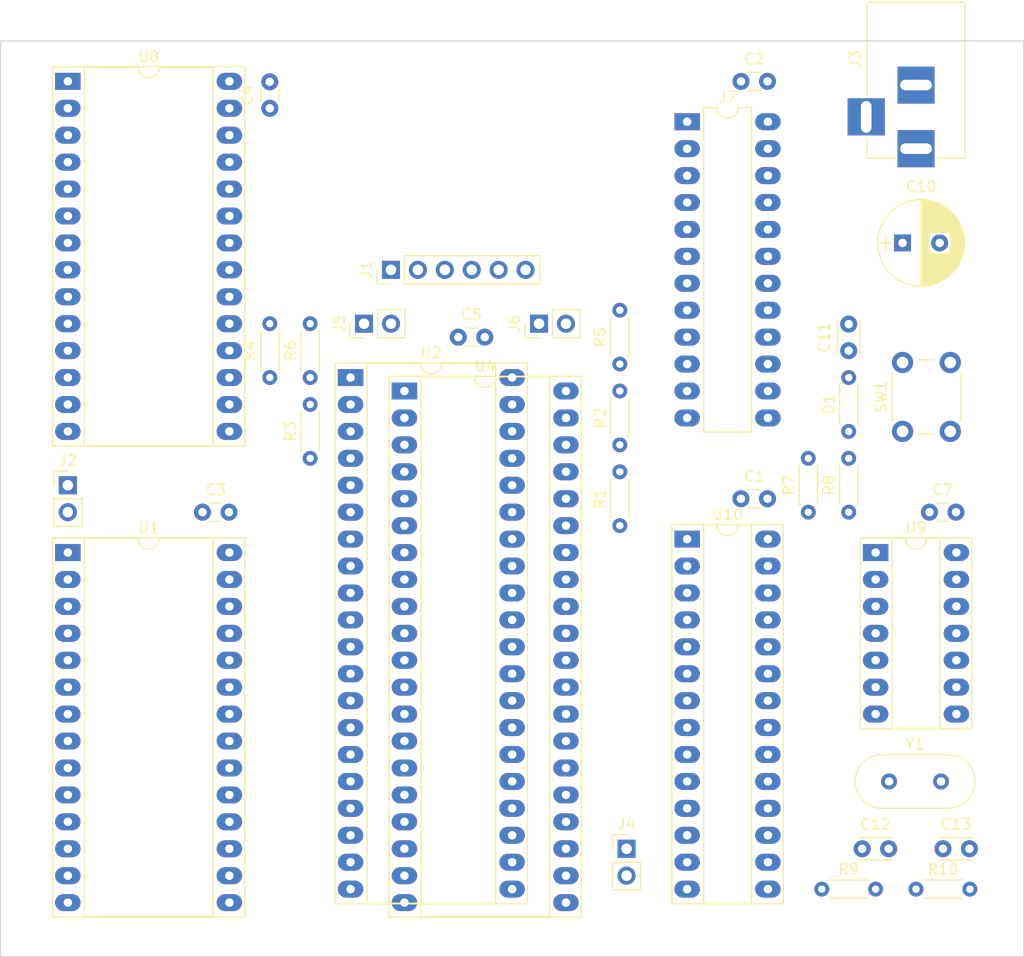
<source format=kicad_pcb>
(kicad_pcb (version 4) (host pcbnew 4.0.6)

  (general
    (links 179)
    (no_connects 179)
    (area 0 0 0 0)
    (thickness 1.6)
    (drawings 4)
    (tracks 0)
    (zones 0)
    (modules 36)
    (nets 54)
  )

  (page A4)
  (layers
    (0 F.Cu signal)
    (31 B.Cu signal)
    (32 B.Adhes user)
    (33 F.Adhes user)
    (34 B.Paste user)
    (35 F.Paste user)
    (36 B.SilkS user)
    (37 F.SilkS user)
    (38 B.Mask user)
    (39 F.Mask user)
    (40 Dwgs.User user)
    (41 Cmts.User user)
    (42 Eco1.User user)
    (43 Eco2.User user)
    (44 Edge.Cuts user)
    (45 Margin user)
    (46 B.CrtYd user)
    (47 F.CrtYd user)
    (48 B.Fab user)
    (49 F.Fab user)
  )

  (setup
    (last_trace_width 0.25)
    (trace_clearance 0.2)
    (zone_clearance 0.508)
    (zone_45_only no)
    (trace_min 0.2)
    (segment_width 0.2)
    (edge_width 0.1)
    (via_size 0.6)
    (via_drill 0.4)
    (via_min_size 0.4)
    (via_min_drill 0.3)
    (uvia_size 0.3)
    (uvia_drill 0.1)
    (uvias_allowed no)
    (uvia_min_size 0.2)
    (uvia_min_drill 0.1)
    (pcb_text_width 0.3)
    (pcb_text_size 1.5 1.5)
    (mod_edge_width 0.15)
    (mod_text_size 1 1)
    (mod_text_width 0.15)
    (pad_size 1.5 1.5)
    (pad_drill 0.6)
    (pad_to_mask_clearance 0)
    (aux_axis_origin 0 0)
    (visible_elements FFFFF77F)
    (pcbplotparams
      (layerselection 0x00030_80000001)
      (usegerberextensions false)
      (excludeedgelayer true)
      (linewidth 0.100000)
      (plotframeref false)
      (viasonmask false)
      (mode 1)
      (useauxorigin false)
      (hpglpennumber 1)
      (hpglpenspeed 20)
      (hpglpendiameter 15)
      (hpglpenoverlay 2)
      (psnegative false)
      (psa4output false)
      (plotreference true)
      (plotvalue true)
      (plotinvisibletext false)
      (padsonsilk false)
      (subtractmaskfromsilk false)
      (outputformat 1)
      (mirror false)
      (drillshape 1)
      (scaleselection 1)
      (outputdirectory ""))
  )

  (net 0 "")
  (net 1 +5V)
  (net 2 GND)
  (net 3 "Net-(C11-Pad1)")
  (net 4 "Net-(C12-Pad1)")
  (net 5 "Net-(C13-Pad1)")
  (net 6 /TXD)
  (net 7 /RXD)
  (net 8 /DTR)
  (net 9 "Net-(J2-Pad2)")
  (net 10 /~IRQ)
  (net 11 "Net-(J4-Pad2)")
  (net 12 "Net-(J5-Pad1)")
  (net 13 /~RESET)
  (net 14 /A11)
  (net 15 /A12)
  (net 16 /A13)
  (net 17 /~RD)
  (net 18 /A14)
  (net 19 /~WR)
  (net 20 /A15)
  (net 21 /E)
  (net 22 /~ROM_SEL)
  (net 23 /R/~W)
  (net 24 /~RAM_SEL)
  (net 25 /~UART_SEL)
  (net 26 /D0)
  (net 27 /U_RESET)
  (net 28 "Net-(R1-Pad2)")
  (net 29 "Net-(R2-Pad2)")
  (net 30 /~FIRQ)
  (net 31 "Net-(R5-Pad2)")
  (net 32 /~NMI)
  (net 33 "Net-(R7-Pad1)")
  (net 34 "Net-(R10-Pad1)")
  (net 35 /D3)
  (net 36 /D4)
  (net 37 /A7)
  (net 38 /D5)
  (net 39 /A6)
  (net 40 /D6)
  (net 41 /A5)
  (net 42 /D7)
  (net 43 /A4)
  (net 44 /A3)
  (net 45 /A10)
  (net 46 /A2)
  (net 47 /A1)
  (net 48 /A0)
  (net 49 /A9)
  (net 50 /A8)
  (net 51 /D1)
  (net 52 /D2)
  (net 53 /SERCLK)

  (net_class Default "This is the default net class."
    (clearance 0.2)
    (trace_width 0.25)
    (via_dia 0.6)
    (via_drill 0.4)
    (uvia_dia 0.3)
    (uvia_drill 0.1)
    (add_net +5V)
    (add_net /A0)
    (add_net /A1)
    (add_net /A10)
    (add_net /A11)
    (add_net /A12)
    (add_net /A13)
    (add_net /A14)
    (add_net /A15)
    (add_net /A2)
    (add_net /A3)
    (add_net /A4)
    (add_net /A5)
    (add_net /A6)
    (add_net /A7)
    (add_net /A8)
    (add_net /A9)
    (add_net /D0)
    (add_net /D1)
    (add_net /D2)
    (add_net /D3)
    (add_net /D4)
    (add_net /D5)
    (add_net /D6)
    (add_net /D7)
    (add_net /DTR)
    (add_net /E)
    (add_net /R/~W)
    (add_net /RXD)
    (add_net /SERCLK)
    (add_net /TXD)
    (add_net /U_RESET)
    (add_net /~FIRQ)
    (add_net /~IRQ)
    (add_net /~NMI)
    (add_net /~RAM_SEL)
    (add_net /~RD)
    (add_net /~RESET)
    (add_net /~ROM_SEL)
    (add_net /~UART_SEL)
    (add_net /~WR)
    (add_net GND)
    (add_net "Net-(C11-Pad1)")
    (add_net "Net-(C12-Pad1)")
    (add_net "Net-(C13-Pad1)")
    (add_net "Net-(J2-Pad2)")
    (add_net "Net-(J4-Pad2)")
    (add_net "Net-(J5-Pad1)")
    (add_net "Net-(R1-Pad2)")
    (add_net "Net-(R10-Pad1)")
    (add_net "Net-(R2-Pad2)")
    (add_net "Net-(R5-Pad2)")
    (add_net "Net-(R7-Pad1)")
  )

  (module Capacitors_ThroughHole:C_Disc_D3.0mm_W1.6mm_P2.50mm (layer F.Cu) (tedit 597BC7C2) (tstamp 5ABEA985)
    (at 144.78 114.3)
    (descr "C, Disc series, Radial, pin pitch=2.50mm, , diameter*width=3.0*1.6mm^2, Capacitor, http://www.vishay.com/docs/45233/krseries.pdf")
    (tags "C Disc series Radial pin pitch 2.50mm  diameter 3.0mm width 1.6mm Capacitor")
    (path /59BD365E)
    (fp_text reference C1 (at 1.25 -2.11) (layer F.SilkS)
      (effects (font (size 1 1) (thickness 0.15)))
    )
    (fp_text value 0.1uF (at 1.25 2.11) (layer F.Fab)
      (effects (font (size 1 1) (thickness 0.15)))
    )
    (fp_line (start -0.25 -0.8) (end -0.25 0.8) (layer F.Fab) (width 0.1))
    (fp_line (start -0.25 0.8) (end 2.75 0.8) (layer F.Fab) (width 0.1))
    (fp_line (start 2.75 0.8) (end 2.75 -0.8) (layer F.Fab) (width 0.1))
    (fp_line (start 2.75 -0.8) (end -0.25 -0.8) (layer F.Fab) (width 0.1))
    (fp_line (start 0.663 -0.861) (end 1.837 -0.861) (layer F.SilkS) (width 0.12))
    (fp_line (start 0.663 0.861) (end 1.837 0.861) (layer F.SilkS) (width 0.12))
    (fp_line (start -1.05 -1.15) (end -1.05 1.15) (layer F.CrtYd) (width 0.05))
    (fp_line (start -1.05 1.15) (end 3.55 1.15) (layer F.CrtYd) (width 0.05))
    (fp_line (start 3.55 1.15) (end 3.55 -1.15) (layer F.CrtYd) (width 0.05))
    (fp_line (start 3.55 -1.15) (end -1.05 -1.15) (layer F.CrtYd) (width 0.05))
    (fp_text user %R (at 1.25 0) (layer F.Fab)
      (effects (font (size 1 1) (thickness 0.15)))
    )
    (pad 1 thru_hole circle (at 0 0) (size 1.6 1.6) (drill 0.8) (layers *.Cu *.Mask)
      (net 1 +5V))
    (pad 2 thru_hole circle (at 2.5 0) (size 1.6 1.6) (drill 0.8) (layers *.Cu *.Mask)
      (net 2 GND))
    (model ${KISYS3DMOD}/Capacitors_THT.3dshapes/C_Disc_D3.0mm_W1.6mm_P2.50mm.wrl
      (at (xyz 0 0 0))
      (scale (xyz 1 1 1))
      (rotate (xyz 0 0 0))
    )
  )

  (module Capacitors_ThroughHole:C_Disc_D3.0mm_W1.6mm_P2.50mm (layer F.Cu) (tedit 597BC7C2) (tstamp 5ABEA98B)
    (at 144.78 74.93)
    (descr "C, Disc series, Radial, pin pitch=2.50mm, , diameter*width=3.0*1.6mm^2, Capacitor, http://www.vishay.com/docs/45233/krseries.pdf")
    (tags "C Disc series Radial pin pitch 2.50mm  diameter 3.0mm width 1.6mm Capacitor")
    (path /59BD36DE)
    (fp_text reference C2 (at 1.25 -2.11) (layer F.SilkS)
      (effects (font (size 1 1) (thickness 0.15)))
    )
    (fp_text value 0.1uF (at 1.25 2.11) (layer F.Fab)
      (effects (font (size 1 1) (thickness 0.15)))
    )
    (fp_line (start -0.25 -0.8) (end -0.25 0.8) (layer F.Fab) (width 0.1))
    (fp_line (start -0.25 0.8) (end 2.75 0.8) (layer F.Fab) (width 0.1))
    (fp_line (start 2.75 0.8) (end 2.75 -0.8) (layer F.Fab) (width 0.1))
    (fp_line (start 2.75 -0.8) (end -0.25 -0.8) (layer F.Fab) (width 0.1))
    (fp_line (start 0.663 -0.861) (end 1.837 -0.861) (layer F.SilkS) (width 0.12))
    (fp_line (start 0.663 0.861) (end 1.837 0.861) (layer F.SilkS) (width 0.12))
    (fp_line (start -1.05 -1.15) (end -1.05 1.15) (layer F.CrtYd) (width 0.05))
    (fp_line (start -1.05 1.15) (end 3.55 1.15) (layer F.CrtYd) (width 0.05))
    (fp_line (start 3.55 1.15) (end 3.55 -1.15) (layer F.CrtYd) (width 0.05))
    (fp_line (start 3.55 -1.15) (end -1.05 -1.15) (layer F.CrtYd) (width 0.05))
    (fp_text user %R (at 1.25 0) (layer F.Fab)
      (effects (font (size 1 1) (thickness 0.15)))
    )
    (pad 1 thru_hole circle (at 0 0) (size 1.6 1.6) (drill 0.8) (layers *.Cu *.Mask)
      (net 1 +5V))
    (pad 2 thru_hole circle (at 2.5 0) (size 1.6 1.6) (drill 0.8) (layers *.Cu *.Mask)
      (net 2 GND))
    (model ${KISYS3DMOD}/Capacitors_THT.3dshapes/C_Disc_D3.0mm_W1.6mm_P2.50mm.wrl
      (at (xyz 0 0 0))
      (scale (xyz 1 1 1))
      (rotate (xyz 0 0 0))
    )
  )

  (module Capacitors_ThroughHole:C_Disc_D3.0mm_W1.6mm_P2.50mm (layer F.Cu) (tedit 597BC7C2) (tstamp 5ABEA991)
    (at 93.98 115.57)
    (descr "C, Disc series, Radial, pin pitch=2.50mm, , diameter*width=3.0*1.6mm^2, Capacitor, http://www.vishay.com/docs/45233/krseries.pdf")
    (tags "C Disc series Radial pin pitch 2.50mm  diameter 3.0mm width 1.6mm Capacitor")
    (path /59BD3735)
    (fp_text reference C3 (at 1.25 -2.11) (layer F.SilkS)
      (effects (font (size 1 1) (thickness 0.15)))
    )
    (fp_text value 0.1uF (at 1.25 2.11) (layer F.Fab)
      (effects (font (size 1 1) (thickness 0.15)))
    )
    (fp_line (start -0.25 -0.8) (end -0.25 0.8) (layer F.Fab) (width 0.1))
    (fp_line (start -0.25 0.8) (end 2.75 0.8) (layer F.Fab) (width 0.1))
    (fp_line (start 2.75 0.8) (end 2.75 -0.8) (layer F.Fab) (width 0.1))
    (fp_line (start 2.75 -0.8) (end -0.25 -0.8) (layer F.Fab) (width 0.1))
    (fp_line (start 0.663 -0.861) (end 1.837 -0.861) (layer F.SilkS) (width 0.12))
    (fp_line (start 0.663 0.861) (end 1.837 0.861) (layer F.SilkS) (width 0.12))
    (fp_line (start -1.05 -1.15) (end -1.05 1.15) (layer F.CrtYd) (width 0.05))
    (fp_line (start -1.05 1.15) (end 3.55 1.15) (layer F.CrtYd) (width 0.05))
    (fp_line (start 3.55 1.15) (end 3.55 -1.15) (layer F.CrtYd) (width 0.05))
    (fp_line (start 3.55 -1.15) (end -1.05 -1.15) (layer F.CrtYd) (width 0.05))
    (fp_text user %R (at 1.25 0) (layer F.Fab)
      (effects (font (size 1 1) (thickness 0.15)))
    )
    (pad 1 thru_hole circle (at 0 0) (size 1.6 1.6) (drill 0.8) (layers *.Cu *.Mask)
      (net 1 +5V))
    (pad 2 thru_hole circle (at 2.5 0) (size 1.6 1.6) (drill 0.8) (layers *.Cu *.Mask)
      (net 2 GND))
    (model ${KISYS3DMOD}/Capacitors_THT.3dshapes/C_Disc_D3.0mm_W1.6mm_P2.50mm.wrl
      (at (xyz 0 0 0))
      (scale (xyz 1 1 1))
      (rotate (xyz 0 0 0))
    )
  )

  (module Capacitors_ThroughHole:C_Disc_D3.0mm_W1.6mm_P2.50mm (layer F.Cu) (tedit 597BC7C2) (tstamp 5ABEA997)
    (at 100.33 77.47 90)
    (descr "C, Disc series, Radial, pin pitch=2.50mm, , diameter*width=3.0*1.6mm^2, Capacitor, http://www.vishay.com/docs/45233/krseries.pdf")
    (tags "C Disc series Radial pin pitch 2.50mm  diameter 3.0mm width 1.6mm Capacitor")
    (path /59BD378F)
    (fp_text reference C4 (at 1.25 -2.11 90) (layer F.SilkS)
      (effects (font (size 1 1) (thickness 0.15)))
    )
    (fp_text value 0.1uF (at 1.25 2.11 90) (layer F.Fab)
      (effects (font (size 1 1) (thickness 0.15)))
    )
    (fp_line (start -0.25 -0.8) (end -0.25 0.8) (layer F.Fab) (width 0.1))
    (fp_line (start -0.25 0.8) (end 2.75 0.8) (layer F.Fab) (width 0.1))
    (fp_line (start 2.75 0.8) (end 2.75 -0.8) (layer F.Fab) (width 0.1))
    (fp_line (start 2.75 -0.8) (end -0.25 -0.8) (layer F.Fab) (width 0.1))
    (fp_line (start 0.663 -0.861) (end 1.837 -0.861) (layer F.SilkS) (width 0.12))
    (fp_line (start 0.663 0.861) (end 1.837 0.861) (layer F.SilkS) (width 0.12))
    (fp_line (start -1.05 -1.15) (end -1.05 1.15) (layer F.CrtYd) (width 0.05))
    (fp_line (start -1.05 1.15) (end 3.55 1.15) (layer F.CrtYd) (width 0.05))
    (fp_line (start 3.55 1.15) (end 3.55 -1.15) (layer F.CrtYd) (width 0.05))
    (fp_line (start 3.55 -1.15) (end -1.05 -1.15) (layer F.CrtYd) (width 0.05))
    (fp_text user %R (at 1.25 0 90) (layer F.Fab)
      (effects (font (size 1 1) (thickness 0.15)))
    )
    (pad 1 thru_hole circle (at 0 0 90) (size 1.6 1.6) (drill 0.8) (layers *.Cu *.Mask)
      (net 1 +5V))
    (pad 2 thru_hole circle (at 2.5 0 90) (size 1.6 1.6) (drill 0.8) (layers *.Cu *.Mask)
      (net 2 GND))
    (model ${KISYS3DMOD}/Capacitors_THT.3dshapes/C_Disc_D3.0mm_W1.6mm_P2.50mm.wrl
      (at (xyz 0 0 0))
      (scale (xyz 1 1 1))
      (rotate (xyz 0 0 0))
    )
  )

  (module Capacitors_ThroughHole:C_Disc_D3.0mm_W1.6mm_P2.50mm (layer F.Cu) (tedit 597BC7C2) (tstamp 5ABEA99D)
    (at 118.11 99.06)
    (descr "C, Disc series, Radial, pin pitch=2.50mm, , diameter*width=3.0*1.6mm^2, Capacitor, http://www.vishay.com/docs/45233/krseries.pdf")
    (tags "C Disc series Radial pin pitch 2.50mm  diameter 3.0mm width 1.6mm Capacitor")
    (path /59BD37EC)
    (fp_text reference C5 (at 1.25 -2.11) (layer F.SilkS)
      (effects (font (size 1 1) (thickness 0.15)))
    )
    (fp_text value 0.1uF (at 1.25 2.11) (layer F.Fab)
      (effects (font (size 1 1) (thickness 0.15)))
    )
    (fp_line (start -0.25 -0.8) (end -0.25 0.8) (layer F.Fab) (width 0.1))
    (fp_line (start -0.25 0.8) (end 2.75 0.8) (layer F.Fab) (width 0.1))
    (fp_line (start 2.75 0.8) (end 2.75 -0.8) (layer F.Fab) (width 0.1))
    (fp_line (start 2.75 -0.8) (end -0.25 -0.8) (layer F.Fab) (width 0.1))
    (fp_line (start 0.663 -0.861) (end 1.837 -0.861) (layer F.SilkS) (width 0.12))
    (fp_line (start 0.663 0.861) (end 1.837 0.861) (layer F.SilkS) (width 0.12))
    (fp_line (start -1.05 -1.15) (end -1.05 1.15) (layer F.CrtYd) (width 0.05))
    (fp_line (start -1.05 1.15) (end 3.55 1.15) (layer F.CrtYd) (width 0.05))
    (fp_line (start 3.55 1.15) (end 3.55 -1.15) (layer F.CrtYd) (width 0.05))
    (fp_line (start 3.55 -1.15) (end -1.05 -1.15) (layer F.CrtYd) (width 0.05))
    (fp_text user %R (at 1.25 0) (layer F.Fab)
      (effects (font (size 1 1) (thickness 0.15)))
    )
    (pad 1 thru_hole circle (at 0 0) (size 1.6 1.6) (drill 0.8) (layers *.Cu *.Mask)
      (net 1 +5V))
    (pad 2 thru_hole circle (at 2.5 0) (size 1.6 1.6) (drill 0.8) (layers *.Cu *.Mask)
      (net 2 GND))
    (model ${KISYS3DMOD}/Capacitors_THT.3dshapes/C_Disc_D3.0mm_W1.6mm_P2.50mm.wrl
      (at (xyz 0 0 0))
      (scale (xyz 1 1 1))
      (rotate (xyz 0 0 0))
    )
  )

  (module Capacitors_ThroughHole:C_Disc_D3.0mm_W1.6mm_P2.50mm (layer F.Cu) (tedit 597BC7C2) (tstamp 5ABEA9A9)
    (at 162.56 115.57)
    (descr "C, Disc series, Radial, pin pitch=2.50mm, , diameter*width=3.0*1.6mm^2, Capacitor, http://www.vishay.com/docs/45233/krseries.pdf")
    (tags "C Disc series Radial pin pitch 2.50mm  diameter 3.0mm width 1.6mm Capacitor")
    (path /59D724D2)
    (fp_text reference C7 (at 1.25 -2.11) (layer F.SilkS)
      (effects (font (size 1 1) (thickness 0.15)))
    )
    (fp_text value 0.1uF (at 1.25 2.11) (layer F.Fab)
      (effects (font (size 1 1) (thickness 0.15)))
    )
    (fp_line (start -0.25 -0.8) (end -0.25 0.8) (layer F.Fab) (width 0.1))
    (fp_line (start -0.25 0.8) (end 2.75 0.8) (layer F.Fab) (width 0.1))
    (fp_line (start 2.75 0.8) (end 2.75 -0.8) (layer F.Fab) (width 0.1))
    (fp_line (start 2.75 -0.8) (end -0.25 -0.8) (layer F.Fab) (width 0.1))
    (fp_line (start 0.663 -0.861) (end 1.837 -0.861) (layer F.SilkS) (width 0.12))
    (fp_line (start 0.663 0.861) (end 1.837 0.861) (layer F.SilkS) (width 0.12))
    (fp_line (start -1.05 -1.15) (end -1.05 1.15) (layer F.CrtYd) (width 0.05))
    (fp_line (start -1.05 1.15) (end 3.55 1.15) (layer F.CrtYd) (width 0.05))
    (fp_line (start 3.55 1.15) (end 3.55 -1.15) (layer F.CrtYd) (width 0.05))
    (fp_line (start 3.55 -1.15) (end -1.05 -1.15) (layer F.CrtYd) (width 0.05))
    (fp_text user %R (at 1.25 0) (layer F.Fab)
      (effects (font (size 1 1) (thickness 0.15)))
    )
    (pad 1 thru_hole circle (at 0 0) (size 1.6 1.6) (drill 0.8) (layers *.Cu *.Mask)
      (net 1 +5V))
    (pad 2 thru_hole circle (at 2.5 0) (size 1.6 1.6) (drill 0.8) (layers *.Cu *.Mask)
      (net 2 GND))
    (model ${KISYS3DMOD}/Capacitors_THT.3dshapes/C_Disc_D3.0mm_W1.6mm_P2.50mm.wrl
      (at (xyz 0 0 0))
      (scale (xyz 1 1 1))
      (rotate (xyz 0 0 0))
    )
  )

  (module Capacitors_ThroughHole:CP_Radial_D8.0mm_P3.50mm (layer F.Cu) (tedit 597BC7C2) (tstamp 5ABEA9AF)
    (at 160.02 90.17)
    (descr "CP, Radial series, Radial, pin pitch=3.50mm, , diameter=8mm, Electrolytic Capacitor")
    (tags "CP Radial series Radial pin pitch 3.50mm  diameter 8mm Electrolytic Capacitor")
    (path /59F0AC11)
    (fp_text reference C10 (at 1.75 -5.31) (layer F.SilkS)
      (effects (font (size 1 1) (thickness 0.15)))
    )
    (fp_text value 470uF (at 1.75 5.31) (layer F.Fab)
      (effects (font (size 1 1) (thickness 0.15)))
    )
    (fp_circle (center 1.75 0) (end 5.75 0) (layer F.Fab) (width 0.1))
    (fp_circle (center 1.75 0) (end 5.84 0) (layer F.SilkS) (width 0.12))
    (fp_line (start -2.2 0) (end -1 0) (layer F.Fab) (width 0.1))
    (fp_line (start -1.6 -0.65) (end -1.6 0.65) (layer F.Fab) (width 0.1))
    (fp_line (start 1.75 -4.05) (end 1.75 4.05) (layer F.SilkS) (width 0.12))
    (fp_line (start 1.79 -4.05) (end 1.79 4.05) (layer F.SilkS) (width 0.12))
    (fp_line (start 1.83 -4.05) (end 1.83 4.05) (layer F.SilkS) (width 0.12))
    (fp_line (start 1.87 -4.049) (end 1.87 4.049) (layer F.SilkS) (width 0.12))
    (fp_line (start 1.91 -4.047) (end 1.91 4.047) (layer F.SilkS) (width 0.12))
    (fp_line (start 1.95 -4.046) (end 1.95 4.046) (layer F.SilkS) (width 0.12))
    (fp_line (start 1.99 -4.043) (end 1.99 4.043) (layer F.SilkS) (width 0.12))
    (fp_line (start 2.03 -4.041) (end 2.03 4.041) (layer F.SilkS) (width 0.12))
    (fp_line (start 2.07 -4.038) (end 2.07 4.038) (layer F.SilkS) (width 0.12))
    (fp_line (start 2.11 -4.035) (end 2.11 4.035) (layer F.SilkS) (width 0.12))
    (fp_line (start 2.15 -4.031) (end 2.15 4.031) (layer F.SilkS) (width 0.12))
    (fp_line (start 2.19 -4.027) (end 2.19 4.027) (layer F.SilkS) (width 0.12))
    (fp_line (start 2.23 -4.022) (end 2.23 4.022) (layer F.SilkS) (width 0.12))
    (fp_line (start 2.27 -4.017) (end 2.27 4.017) (layer F.SilkS) (width 0.12))
    (fp_line (start 2.31 -4.012) (end 2.31 4.012) (layer F.SilkS) (width 0.12))
    (fp_line (start 2.35 -4.006) (end 2.35 4.006) (layer F.SilkS) (width 0.12))
    (fp_line (start 2.39 -4) (end 2.39 4) (layer F.SilkS) (width 0.12))
    (fp_line (start 2.43 -3.994) (end 2.43 3.994) (layer F.SilkS) (width 0.12))
    (fp_line (start 2.471 -3.987) (end 2.471 3.987) (layer F.SilkS) (width 0.12))
    (fp_line (start 2.511 -3.979) (end 2.511 3.979) (layer F.SilkS) (width 0.12))
    (fp_line (start 2.551 -3.971) (end 2.551 -0.98) (layer F.SilkS) (width 0.12))
    (fp_line (start 2.551 0.98) (end 2.551 3.971) (layer F.SilkS) (width 0.12))
    (fp_line (start 2.591 -3.963) (end 2.591 -0.98) (layer F.SilkS) (width 0.12))
    (fp_line (start 2.591 0.98) (end 2.591 3.963) (layer F.SilkS) (width 0.12))
    (fp_line (start 2.631 -3.955) (end 2.631 -0.98) (layer F.SilkS) (width 0.12))
    (fp_line (start 2.631 0.98) (end 2.631 3.955) (layer F.SilkS) (width 0.12))
    (fp_line (start 2.671 -3.946) (end 2.671 -0.98) (layer F.SilkS) (width 0.12))
    (fp_line (start 2.671 0.98) (end 2.671 3.946) (layer F.SilkS) (width 0.12))
    (fp_line (start 2.711 -3.936) (end 2.711 -0.98) (layer F.SilkS) (width 0.12))
    (fp_line (start 2.711 0.98) (end 2.711 3.936) (layer F.SilkS) (width 0.12))
    (fp_line (start 2.751 -3.926) (end 2.751 -0.98) (layer F.SilkS) (width 0.12))
    (fp_line (start 2.751 0.98) (end 2.751 3.926) (layer F.SilkS) (width 0.12))
    (fp_line (start 2.791 -3.916) (end 2.791 -0.98) (layer F.SilkS) (width 0.12))
    (fp_line (start 2.791 0.98) (end 2.791 3.916) (layer F.SilkS) (width 0.12))
    (fp_line (start 2.831 -3.905) (end 2.831 -0.98) (layer F.SilkS) (width 0.12))
    (fp_line (start 2.831 0.98) (end 2.831 3.905) (layer F.SilkS) (width 0.12))
    (fp_line (start 2.871 -3.894) (end 2.871 -0.98) (layer F.SilkS) (width 0.12))
    (fp_line (start 2.871 0.98) (end 2.871 3.894) (layer F.SilkS) (width 0.12))
    (fp_line (start 2.911 -3.883) (end 2.911 -0.98) (layer F.SilkS) (width 0.12))
    (fp_line (start 2.911 0.98) (end 2.911 3.883) (layer F.SilkS) (width 0.12))
    (fp_line (start 2.951 -3.87) (end 2.951 -0.98) (layer F.SilkS) (width 0.12))
    (fp_line (start 2.951 0.98) (end 2.951 3.87) (layer F.SilkS) (width 0.12))
    (fp_line (start 2.991 -3.858) (end 2.991 -0.98) (layer F.SilkS) (width 0.12))
    (fp_line (start 2.991 0.98) (end 2.991 3.858) (layer F.SilkS) (width 0.12))
    (fp_line (start 3.031 -3.845) (end 3.031 -0.98) (layer F.SilkS) (width 0.12))
    (fp_line (start 3.031 0.98) (end 3.031 3.845) (layer F.SilkS) (width 0.12))
    (fp_line (start 3.071 -3.832) (end 3.071 -0.98) (layer F.SilkS) (width 0.12))
    (fp_line (start 3.071 0.98) (end 3.071 3.832) (layer F.SilkS) (width 0.12))
    (fp_line (start 3.111 -3.818) (end 3.111 -0.98) (layer F.SilkS) (width 0.12))
    (fp_line (start 3.111 0.98) (end 3.111 3.818) (layer F.SilkS) (width 0.12))
    (fp_line (start 3.151 -3.803) (end 3.151 -0.98) (layer F.SilkS) (width 0.12))
    (fp_line (start 3.151 0.98) (end 3.151 3.803) (layer F.SilkS) (width 0.12))
    (fp_line (start 3.191 -3.789) (end 3.191 -0.98) (layer F.SilkS) (width 0.12))
    (fp_line (start 3.191 0.98) (end 3.191 3.789) (layer F.SilkS) (width 0.12))
    (fp_line (start 3.231 -3.773) (end 3.231 -0.98) (layer F.SilkS) (width 0.12))
    (fp_line (start 3.231 0.98) (end 3.231 3.773) (layer F.SilkS) (width 0.12))
    (fp_line (start 3.271 -3.758) (end 3.271 -0.98) (layer F.SilkS) (width 0.12))
    (fp_line (start 3.271 0.98) (end 3.271 3.758) (layer F.SilkS) (width 0.12))
    (fp_line (start 3.311 -3.741) (end 3.311 -0.98) (layer F.SilkS) (width 0.12))
    (fp_line (start 3.311 0.98) (end 3.311 3.741) (layer F.SilkS) (width 0.12))
    (fp_line (start 3.351 -3.725) (end 3.351 -0.98) (layer F.SilkS) (width 0.12))
    (fp_line (start 3.351 0.98) (end 3.351 3.725) (layer F.SilkS) (width 0.12))
    (fp_line (start 3.391 -3.707) (end 3.391 -0.98) (layer F.SilkS) (width 0.12))
    (fp_line (start 3.391 0.98) (end 3.391 3.707) (layer F.SilkS) (width 0.12))
    (fp_line (start 3.431 -3.69) (end 3.431 -0.98) (layer F.SilkS) (width 0.12))
    (fp_line (start 3.431 0.98) (end 3.431 3.69) (layer F.SilkS) (width 0.12))
    (fp_line (start 3.471 -3.671) (end 3.471 -0.98) (layer F.SilkS) (width 0.12))
    (fp_line (start 3.471 0.98) (end 3.471 3.671) (layer F.SilkS) (width 0.12))
    (fp_line (start 3.511 -3.652) (end 3.511 -0.98) (layer F.SilkS) (width 0.12))
    (fp_line (start 3.511 0.98) (end 3.511 3.652) (layer F.SilkS) (width 0.12))
    (fp_line (start 3.551 -3.633) (end 3.551 -0.98) (layer F.SilkS) (width 0.12))
    (fp_line (start 3.551 0.98) (end 3.551 3.633) (layer F.SilkS) (width 0.12))
    (fp_line (start 3.591 -3.613) (end 3.591 -0.98) (layer F.SilkS) (width 0.12))
    (fp_line (start 3.591 0.98) (end 3.591 3.613) (layer F.SilkS) (width 0.12))
    (fp_line (start 3.631 -3.593) (end 3.631 -0.98) (layer F.SilkS) (width 0.12))
    (fp_line (start 3.631 0.98) (end 3.631 3.593) (layer F.SilkS) (width 0.12))
    (fp_line (start 3.671 -3.572) (end 3.671 -0.98) (layer F.SilkS) (width 0.12))
    (fp_line (start 3.671 0.98) (end 3.671 3.572) (layer F.SilkS) (width 0.12))
    (fp_line (start 3.711 -3.55) (end 3.711 -0.98) (layer F.SilkS) (width 0.12))
    (fp_line (start 3.711 0.98) (end 3.711 3.55) (layer F.SilkS) (width 0.12))
    (fp_line (start 3.751 -3.528) (end 3.751 -0.98) (layer F.SilkS) (width 0.12))
    (fp_line (start 3.751 0.98) (end 3.751 3.528) (layer F.SilkS) (width 0.12))
    (fp_line (start 3.791 -3.505) (end 3.791 -0.98) (layer F.SilkS) (width 0.12))
    (fp_line (start 3.791 0.98) (end 3.791 3.505) (layer F.SilkS) (width 0.12))
    (fp_line (start 3.831 -3.482) (end 3.831 -0.98) (layer F.SilkS) (width 0.12))
    (fp_line (start 3.831 0.98) (end 3.831 3.482) (layer F.SilkS) (width 0.12))
    (fp_line (start 3.871 -3.458) (end 3.871 -0.98) (layer F.SilkS) (width 0.12))
    (fp_line (start 3.871 0.98) (end 3.871 3.458) (layer F.SilkS) (width 0.12))
    (fp_line (start 3.911 -3.434) (end 3.911 -0.98) (layer F.SilkS) (width 0.12))
    (fp_line (start 3.911 0.98) (end 3.911 3.434) (layer F.SilkS) (width 0.12))
    (fp_line (start 3.951 -3.408) (end 3.951 -0.98) (layer F.SilkS) (width 0.12))
    (fp_line (start 3.951 0.98) (end 3.951 3.408) (layer F.SilkS) (width 0.12))
    (fp_line (start 3.991 -3.383) (end 3.991 -0.98) (layer F.SilkS) (width 0.12))
    (fp_line (start 3.991 0.98) (end 3.991 3.383) (layer F.SilkS) (width 0.12))
    (fp_line (start 4.031 -3.356) (end 4.031 -0.98) (layer F.SilkS) (width 0.12))
    (fp_line (start 4.031 0.98) (end 4.031 3.356) (layer F.SilkS) (width 0.12))
    (fp_line (start 4.071 -3.329) (end 4.071 -0.98) (layer F.SilkS) (width 0.12))
    (fp_line (start 4.071 0.98) (end 4.071 3.329) (layer F.SilkS) (width 0.12))
    (fp_line (start 4.111 -3.301) (end 4.111 -0.98) (layer F.SilkS) (width 0.12))
    (fp_line (start 4.111 0.98) (end 4.111 3.301) (layer F.SilkS) (width 0.12))
    (fp_line (start 4.151 -3.272) (end 4.151 -0.98) (layer F.SilkS) (width 0.12))
    (fp_line (start 4.151 0.98) (end 4.151 3.272) (layer F.SilkS) (width 0.12))
    (fp_line (start 4.191 -3.243) (end 4.191 -0.98) (layer F.SilkS) (width 0.12))
    (fp_line (start 4.191 0.98) (end 4.191 3.243) (layer F.SilkS) (width 0.12))
    (fp_line (start 4.231 -3.213) (end 4.231 -0.98) (layer F.SilkS) (width 0.12))
    (fp_line (start 4.231 0.98) (end 4.231 3.213) (layer F.SilkS) (width 0.12))
    (fp_line (start 4.271 -3.182) (end 4.271 -0.98) (layer F.SilkS) (width 0.12))
    (fp_line (start 4.271 0.98) (end 4.271 3.182) (layer F.SilkS) (width 0.12))
    (fp_line (start 4.311 -3.15) (end 4.311 -0.98) (layer F.SilkS) (width 0.12))
    (fp_line (start 4.311 0.98) (end 4.311 3.15) (layer F.SilkS) (width 0.12))
    (fp_line (start 4.351 -3.118) (end 4.351 -0.98) (layer F.SilkS) (width 0.12))
    (fp_line (start 4.351 0.98) (end 4.351 3.118) (layer F.SilkS) (width 0.12))
    (fp_line (start 4.391 -3.084) (end 4.391 -0.98) (layer F.SilkS) (width 0.12))
    (fp_line (start 4.391 0.98) (end 4.391 3.084) (layer F.SilkS) (width 0.12))
    (fp_line (start 4.431 -3.05) (end 4.431 -0.98) (layer F.SilkS) (width 0.12))
    (fp_line (start 4.431 0.98) (end 4.431 3.05) (layer F.SilkS) (width 0.12))
    (fp_line (start 4.471 -3.015) (end 4.471 -0.98) (layer F.SilkS) (width 0.12))
    (fp_line (start 4.471 0.98) (end 4.471 3.015) (layer F.SilkS) (width 0.12))
    (fp_line (start 4.511 -2.979) (end 4.511 2.979) (layer F.SilkS) (width 0.12))
    (fp_line (start 4.551 -2.942) (end 4.551 2.942) (layer F.SilkS) (width 0.12))
    (fp_line (start 4.591 -2.904) (end 4.591 2.904) (layer F.SilkS) (width 0.12))
    (fp_line (start 4.631 -2.865) (end 4.631 2.865) (layer F.SilkS) (width 0.12))
    (fp_line (start 4.671 -2.824) (end 4.671 2.824) (layer F.SilkS) (width 0.12))
    (fp_line (start 4.711 -2.783) (end 4.711 2.783) (layer F.SilkS) (width 0.12))
    (fp_line (start 4.751 -2.74) (end 4.751 2.74) (layer F.SilkS) (width 0.12))
    (fp_line (start 4.791 -2.697) (end 4.791 2.697) (layer F.SilkS) (width 0.12))
    (fp_line (start 4.831 -2.652) (end 4.831 2.652) (layer F.SilkS) (width 0.12))
    (fp_line (start 4.871 -2.605) (end 4.871 2.605) (layer F.SilkS) (width 0.12))
    (fp_line (start 4.911 -2.557) (end 4.911 2.557) (layer F.SilkS) (width 0.12))
    (fp_line (start 4.951 -2.508) (end 4.951 2.508) (layer F.SilkS) (width 0.12))
    (fp_line (start 4.991 -2.457) (end 4.991 2.457) (layer F.SilkS) (width 0.12))
    (fp_line (start 5.031 -2.404) (end 5.031 2.404) (layer F.SilkS) (width 0.12))
    (fp_line (start 5.071 -2.349) (end 5.071 2.349) (layer F.SilkS) (width 0.12))
    (fp_line (start 5.111 -2.293) (end 5.111 2.293) (layer F.SilkS) (width 0.12))
    (fp_line (start 5.151 -2.234) (end 5.151 2.234) (layer F.SilkS) (width 0.12))
    (fp_line (start 5.191 -2.173) (end 5.191 2.173) (layer F.SilkS) (width 0.12))
    (fp_line (start 5.231 -2.109) (end 5.231 2.109) (layer F.SilkS) (width 0.12))
    (fp_line (start 5.271 -2.043) (end 5.271 2.043) (layer F.SilkS) (width 0.12))
    (fp_line (start 5.311 -1.974) (end 5.311 1.974) (layer F.SilkS) (width 0.12))
    (fp_line (start 5.351 -1.902) (end 5.351 1.902) (layer F.SilkS) (width 0.12))
    (fp_line (start 5.391 -1.826) (end 5.391 1.826) (layer F.SilkS) (width 0.12))
    (fp_line (start 5.431 -1.745) (end 5.431 1.745) (layer F.SilkS) (width 0.12))
    (fp_line (start 5.471 -1.66) (end 5.471 1.66) (layer F.SilkS) (width 0.12))
    (fp_line (start 5.511 -1.57) (end 5.511 1.57) (layer F.SilkS) (width 0.12))
    (fp_line (start 5.551 -1.473) (end 5.551 1.473) (layer F.SilkS) (width 0.12))
    (fp_line (start 5.591 -1.369) (end 5.591 1.369) (layer F.SilkS) (width 0.12))
    (fp_line (start 5.631 -1.254) (end 5.631 1.254) (layer F.SilkS) (width 0.12))
    (fp_line (start 5.671 -1.127) (end 5.671 1.127) (layer F.SilkS) (width 0.12))
    (fp_line (start 5.711 -0.983) (end 5.711 0.983) (layer F.SilkS) (width 0.12))
    (fp_line (start 5.751 -0.814) (end 5.751 0.814) (layer F.SilkS) (width 0.12))
    (fp_line (start 5.791 -0.598) (end 5.791 0.598) (layer F.SilkS) (width 0.12))
    (fp_line (start 5.831 -0.246) (end 5.831 0.246) (layer F.SilkS) (width 0.12))
    (fp_line (start -2.2 0) (end -1 0) (layer F.SilkS) (width 0.12))
    (fp_line (start -1.6 -0.65) (end -1.6 0.65) (layer F.SilkS) (width 0.12))
    (fp_line (start -2.6 -4.35) (end -2.6 4.35) (layer F.CrtYd) (width 0.05))
    (fp_line (start -2.6 4.35) (end 6.1 4.35) (layer F.CrtYd) (width 0.05))
    (fp_line (start 6.1 4.35) (end 6.1 -4.35) (layer F.CrtYd) (width 0.05))
    (fp_line (start 6.1 -4.35) (end -2.6 -4.35) (layer F.CrtYd) (width 0.05))
    (fp_text user %R (at 1.75 0) (layer F.Fab)
      (effects (font (size 1 1) (thickness 0.15)))
    )
    (pad 1 thru_hole rect (at 0 0) (size 1.6 1.6) (drill 0.8) (layers *.Cu *.Mask)
      (net 1 +5V))
    (pad 2 thru_hole circle (at 3.5 0) (size 1.6 1.6) (drill 0.8) (layers *.Cu *.Mask)
      (net 2 GND))
    (model ${KISYS3DMOD}/Capacitors_THT.3dshapes/CP_Radial_D8.0mm_P3.50mm.wrl
      (at (xyz 0 0 0))
      (scale (xyz 1 1 1))
      (rotate (xyz 0 0 0))
    )
  )

  (module Capacitors_ThroughHole:C_Disc_D3.0mm_W2.0mm_P2.50mm (layer F.Cu) (tedit 597BC7C2) (tstamp 5ABEA9B5)
    (at 154.94 100.33 90)
    (descr "C, Disc series, Radial, pin pitch=2.50mm, , diameter*width=3*2mm^2, Capacitor")
    (tags "C Disc series Radial pin pitch 2.50mm  diameter 3mm width 2mm Capacitor")
    (path /59F0D778)
    (fp_text reference C11 (at 1.25 -2.31 90) (layer F.SilkS)
      (effects (font (size 1 1) (thickness 0.15)))
    )
    (fp_text value 470nF (at 1.25 2.31 90) (layer F.Fab)
      (effects (font (size 1 1) (thickness 0.15)))
    )
    (fp_line (start -0.25 -1) (end -0.25 1) (layer F.Fab) (width 0.1))
    (fp_line (start -0.25 1) (end 2.75 1) (layer F.Fab) (width 0.1))
    (fp_line (start 2.75 1) (end 2.75 -1) (layer F.Fab) (width 0.1))
    (fp_line (start 2.75 -1) (end -0.25 -1) (layer F.Fab) (width 0.1))
    (fp_line (start -0.31 -1.06) (end 2.81 -1.06) (layer F.SilkS) (width 0.12))
    (fp_line (start -0.31 1.06) (end 2.81 1.06) (layer F.SilkS) (width 0.12))
    (fp_line (start -0.31 -1.06) (end -0.31 -0.996) (layer F.SilkS) (width 0.12))
    (fp_line (start -0.31 0.996) (end -0.31 1.06) (layer F.SilkS) (width 0.12))
    (fp_line (start 2.81 -1.06) (end 2.81 -0.996) (layer F.SilkS) (width 0.12))
    (fp_line (start 2.81 0.996) (end 2.81 1.06) (layer F.SilkS) (width 0.12))
    (fp_line (start -1.05 -1.35) (end -1.05 1.35) (layer F.CrtYd) (width 0.05))
    (fp_line (start -1.05 1.35) (end 3.55 1.35) (layer F.CrtYd) (width 0.05))
    (fp_line (start 3.55 1.35) (end 3.55 -1.35) (layer F.CrtYd) (width 0.05))
    (fp_line (start 3.55 -1.35) (end -1.05 -1.35) (layer F.CrtYd) (width 0.05))
    (fp_text user %R (at 1.25 0 90) (layer F.Fab)
      (effects (font (size 1 1) (thickness 0.15)))
    )
    (pad 1 thru_hole circle (at 0 0 90) (size 1.6 1.6) (drill 0.8) (layers *.Cu *.Mask)
      (net 3 "Net-(C11-Pad1)"))
    (pad 2 thru_hole circle (at 2.5 0 90) (size 1.6 1.6) (drill 0.8) (layers *.Cu *.Mask)
      (net 2 GND))
    (model ${KISYS3DMOD}/Capacitors_THT.3dshapes/C_Disc_D3.0mm_W2.0mm_P2.50mm.wrl
      (at (xyz 0 0 0))
      (scale (xyz 1 1 1))
      (rotate (xyz 0 0 0))
    )
  )

  (module Capacitors_ThroughHole:C_Disc_D3.0mm_W2.0mm_P2.50mm (layer F.Cu) (tedit 597BC7C2) (tstamp 5ABEA9BB)
    (at 156.21 147.32)
    (descr "C, Disc series, Radial, pin pitch=2.50mm, , diameter*width=3*2mm^2, Capacitor")
    (tags "C Disc series Radial pin pitch 2.50mm  diameter 3mm width 2mm Capacitor")
    (path /59FB1B4B)
    (fp_text reference C12 (at 1.25 -2.31) (layer F.SilkS)
      (effects (font (size 1 1) (thickness 0.15)))
    )
    (fp_text value 22pF (at 1.25 2.31) (layer F.Fab)
      (effects (font (size 1 1) (thickness 0.15)))
    )
    (fp_line (start -0.25 -1) (end -0.25 1) (layer F.Fab) (width 0.1))
    (fp_line (start -0.25 1) (end 2.75 1) (layer F.Fab) (width 0.1))
    (fp_line (start 2.75 1) (end 2.75 -1) (layer F.Fab) (width 0.1))
    (fp_line (start 2.75 -1) (end -0.25 -1) (layer F.Fab) (width 0.1))
    (fp_line (start -0.31 -1.06) (end 2.81 -1.06) (layer F.SilkS) (width 0.12))
    (fp_line (start -0.31 1.06) (end 2.81 1.06) (layer F.SilkS) (width 0.12))
    (fp_line (start -0.31 -1.06) (end -0.31 -0.996) (layer F.SilkS) (width 0.12))
    (fp_line (start -0.31 0.996) (end -0.31 1.06) (layer F.SilkS) (width 0.12))
    (fp_line (start 2.81 -1.06) (end 2.81 -0.996) (layer F.SilkS) (width 0.12))
    (fp_line (start 2.81 0.996) (end 2.81 1.06) (layer F.SilkS) (width 0.12))
    (fp_line (start -1.05 -1.35) (end -1.05 1.35) (layer F.CrtYd) (width 0.05))
    (fp_line (start -1.05 1.35) (end 3.55 1.35) (layer F.CrtYd) (width 0.05))
    (fp_line (start 3.55 1.35) (end 3.55 -1.35) (layer F.CrtYd) (width 0.05))
    (fp_line (start 3.55 -1.35) (end -1.05 -1.35) (layer F.CrtYd) (width 0.05))
    (fp_text user %R (at 1.25 0) (layer F.Fab)
      (effects (font (size 1 1) (thickness 0.15)))
    )
    (pad 1 thru_hole circle (at 0 0) (size 1.6 1.6) (drill 0.8) (layers *.Cu *.Mask)
      (net 4 "Net-(C12-Pad1)"))
    (pad 2 thru_hole circle (at 2.5 0) (size 1.6 1.6) (drill 0.8) (layers *.Cu *.Mask)
      (net 2 GND))
    (model ${KISYS3DMOD}/Capacitors_THT.3dshapes/C_Disc_D3.0mm_W2.0mm_P2.50mm.wrl
      (at (xyz 0 0 0))
      (scale (xyz 1 1 1))
      (rotate (xyz 0 0 0))
    )
  )

  (module Capacitors_ThroughHole:C_Disc_D3.0mm_W2.0mm_P2.50mm (layer F.Cu) (tedit 597BC7C2) (tstamp 5ABEA9C1)
    (at 163.83 147.32)
    (descr "C, Disc series, Radial, pin pitch=2.50mm, , diameter*width=3*2mm^2, Capacitor")
    (tags "C Disc series Radial pin pitch 2.50mm  diameter 3mm width 2mm Capacitor")
    (path /59FB1BFE)
    (fp_text reference C13 (at 1.25 -2.31) (layer F.SilkS)
      (effects (font (size 1 1) (thickness 0.15)))
    )
    (fp_text value 22pF (at 1.25 2.31) (layer F.Fab)
      (effects (font (size 1 1) (thickness 0.15)))
    )
    (fp_line (start -0.25 -1) (end -0.25 1) (layer F.Fab) (width 0.1))
    (fp_line (start -0.25 1) (end 2.75 1) (layer F.Fab) (width 0.1))
    (fp_line (start 2.75 1) (end 2.75 -1) (layer F.Fab) (width 0.1))
    (fp_line (start 2.75 -1) (end -0.25 -1) (layer F.Fab) (width 0.1))
    (fp_line (start -0.31 -1.06) (end 2.81 -1.06) (layer F.SilkS) (width 0.12))
    (fp_line (start -0.31 1.06) (end 2.81 1.06) (layer F.SilkS) (width 0.12))
    (fp_line (start -0.31 -1.06) (end -0.31 -0.996) (layer F.SilkS) (width 0.12))
    (fp_line (start -0.31 0.996) (end -0.31 1.06) (layer F.SilkS) (width 0.12))
    (fp_line (start 2.81 -1.06) (end 2.81 -0.996) (layer F.SilkS) (width 0.12))
    (fp_line (start 2.81 0.996) (end 2.81 1.06) (layer F.SilkS) (width 0.12))
    (fp_line (start -1.05 -1.35) (end -1.05 1.35) (layer F.CrtYd) (width 0.05))
    (fp_line (start -1.05 1.35) (end 3.55 1.35) (layer F.CrtYd) (width 0.05))
    (fp_line (start 3.55 1.35) (end 3.55 -1.35) (layer F.CrtYd) (width 0.05))
    (fp_line (start 3.55 -1.35) (end -1.05 -1.35) (layer F.CrtYd) (width 0.05))
    (fp_text user %R (at 1.25 0) (layer F.Fab)
      (effects (font (size 1 1) (thickness 0.15)))
    )
    (pad 1 thru_hole circle (at 0 0) (size 1.6 1.6) (drill 0.8) (layers *.Cu *.Mask)
      (net 5 "Net-(C13-Pad1)"))
    (pad 2 thru_hole circle (at 2.5 0) (size 1.6 1.6) (drill 0.8) (layers *.Cu *.Mask)
      (net 2 GND))
    (model ${KISYS3DMOD}/Capacitors_THT.3dshapes/C_Disc_D3.0mm_W2.0mm_P2.50mm.wrl
      (at (xyz 0 0 0))
      (scale (xyz 1 1 1))
      (rotate (xyz 0 0 0))
    )
  )

  (module Resistors_ThroughHole:R_Axial_DIN0204_L3.6mm_D1.6mm_P5.08mm_Horizontal (layer F.Cu) (tedit 5874F706) (tstamp 5ABEA9C7)
    (at 154.94 107.95 90)
    (descr "Resistor, Axial_DIN0204 series, Axial, Horizontal, pin pitch=5.08mm, 0.16666666666666666W = 1/6W, length*diameter=3.6*1.6mm^2, http://cdn-reichelt.de/documents/datenblatt/B400/1_4W%23YAG.pdf")
    (tags "Resistor Axial_DIN0204 series Axial Horizontal pin pitch 5.08mm 0.16666666666666666W = 1/6W length 3.6mm diameter 1.6mm")
    (path /59F0D8E1)
    (fp_text reference D1 (at 2.54 -1.86 90) (layer F.SilkS)
      (effects (font (size 1 1) (thickness 0.15)))
    )
    (fp_text value IN4148 (at 2.54 1.86 90) (layer F.Fab)
      (effects (font (size 1 1) (thickness 0.15)))
    )
    (fp_line (start 0.74 -0.8) (end 0.74 0.8) (layer F.Fab) (width 0.1))
    (fp_line (start 0.74 0.8) (end 4.34 0.8) (layer F.Fab) (width 0.1))
    (fp_line (start 4.34 0.8) (end 4.34 -0.8) (layer F.Fab) (width 0.1))
    (fp_line (start 4.34 -0.8) (end 0.74 -0.8) (layer F.Fab) (width 0.1))
    (fp_line (start 0 0) (end 0.74 0) (layer F.Fab) (width 0.1))
    (fp_line (start 5.08 0) (end 4.34 0) (layer F.Fab) (width 0.1))
    (fp_line (start 0.68 -0.86) (end 4.4 -0.86) (layer F.SilkS) (width 0.12))
    (fp_line (start 0.68 0.86) (end 4.4 0.86) (layer F.SilkS) (width 0.12))
    (fp_line (start -0.95 -1.15) (end -0.95 1.15) (layer F.CrtYd) (width 0.05))
    (fp_line (start -0.95 1.15) (end 6.05 1.15) (layer F.CrtYd) (width 0.05))
    (fp_line (start 6.05 1.15) (end 6.05 -1.15) (layer F.CrtYd) (width 0.05))
    (fp_line (start 6.05 -1.15) (end -0.95 -1.15) (layer F.CrtYd) (width 0.05))
    (pad 1 thru_hole circle (at 0 0 90) (size 1.4 1.4) (drill 0.7) (layers *.Cu *.Mask)
      (net 1 +5V))
    (pad 2 thru_hole oval (at 5.08 0 90) (size 1.4 1.4) (drill 0.7) (layers *.Cu *.Mask)
      (net 3 "Net-(C11-Pad1)"))
    (model ${KISYS3DMOD}/Resistors_THT.3dshapes/R_Axial_DIN0204_L3.6mm_D1.6mm_P5.08mm_Horizontal.wrl
      (at (xyz 0 0 0))
      (scale (xyz 0.393701 0.393701 0.393701))
      (rotate (xyz 0 0 0))
    )
  )

  (module Socket_Strips:Socket_Strip_Straight_1x06_Pitch2.54mm (layer F.Cu) (tedit 58CD5446) (tstamp 5ABEA9D1)
    (at 111.76 92.71 90)
    (descr "Through hole straight socket strip, 1x06, 2.54mm pitch, single row")
    (tags "Through hole socket strip THT 1x06 2.54mm single row")
    (path /59BC5A44)
    (fp_text reference J1 (at 0 -2.33 90) (layer F.SilkS)
      (effects (font (size 1 1) (thickness 0.15)))
    )
    (fp_text value SERIAL (at 0 15.03 90) (layer F.Fab)
      (effects (font (size 1 1) (thickness 0.15)))
    )
    (fp_line (start -1.27 -1.27) (end -1.27 13.97) (layer F.Fab) (width 0.1))
    (fp_line (start -1.27 13.97) (end 1.27 13.97) (layer F.Fab) (width 0.1))
    (fp_line (start 1.27 13.97) (end 1.27 -1.27) (layer F.Fab) (width 0.1))
    (fp_line (start 1.27 -1.27) (end -1.27 -1.27) (layer F.Fab) (width 0.1))
    (fp_line (start -1.33 1.27) (end -1.33 14.03) (layer F.SilkS) (width 0.12))
    (fp_line (start -1.33 14.03) (end 1.33 14.03) (layer F.SilkS) (width 0.12))
    (fp_line (start 1.33 14.03) (end 1.33 1.27) (layer F.SilkS) (width 0.12))
    (fp_line (start 1.33 1.27) (end -1.33 1.27) (layer F.SilkS) (width 0.12))
    (fp_line (start -1.33 0) (end -1.33 -1.33) (layer F.SilkS) (width 0.12))
    (fp_line (start -1.33 -1.33) (end 0 -1.33) (layer F.SilkS) (width 0.12))
    (fp_line (start -1.8 -1.8) (end -1.8 14.5) (layer F.CrtYd) (width 0.05))
    (fp_line (start -1.8 14.5) (end 1.8 14.5) (layer F.CrtYd) (width 0.05))
    (fp_line (start 1.8 14.5) (end 1.8 -1.8) (layer F.CrtYd) (width 0.05))
    (fp_line (start 1.8 -1.8) (end -1.8 -1.8) (layer F.CrtYd) (width 0.05))
    (fp_text user %R (at 0 -2.33 90) (layer F.Fab)
      (effects (font (size 1 1) (thickness 0.15)))
    )
    (pad 1 thru_hole rect (at 0 0 90) (size 1.7 1.7) (drill 1) (layers *.Cu *.Mask))
    (pad 2 thru_hole oval (at 0 2.54 90) (size 1.7 1.7) (drill 1) (layers *.Cu *.Mask)
      (net 6 /TXD))
    (pad 3 thru_hole oval (at 0 5.08 90) (size 1.7 1.7) (drill 1) (layers *.Cu *.Mask)
      (net 7 /RXD))
    (pad 4 thru_hole oval (at 0 7.62 90) (size 1.7 1.7) (drill 1) (layers *.Cu *.Mask))
    (pad 5 thru_hole oval (at 0 10.16 90) (size 1.7 1.7) (drill 1) (layers *.Cu *.Mask)
      (net 8 /DTR))
    (pad 6 thru_hole oval (at 0 12.7 90) (size 1.7 1.7) (drill 1) (layers *.Cu *.Mask)
      (net 2 GND))
    (model ${KISYS3DMOD}/Socket_Strips.3dshapes/Socket_Strip_Straight_1x06_Pitch2.54mm.wrl
      (at (xyz 0 -0.25 0))
      (scale (xyz 1 1 1))
      (rotate (xyz 0 0 270))
    )
  )

  (module Socket_Strips:Socket_Strip_Straight_1x02_Pitch2.54mm (layer F.Cu) (tedit 58CD5446) (tstamp 5ABEA9D7)
    (at 81.28 113.03)
    (descr "Through hole straight socket strip, 1x02, 2.54mm pitch, single row")
    (tags "Through hole socket strip THT 1x02 2.54mm single row")
    (path /59F0F5F3)
    (fp_text reference J2 (at 0 -2.33) (layer F.SilkS)
      (effects (font (size 1 1) (thickness 0.15)))
    )
    (fp_text value GAMECLK (at 0 4.87) (layer F.Fab)
      (effects (font (size 1 1) (thickness 0.15)))
    )
    (fp_line (start -1.27 -1.27) (end -1.27 3.81) (layer F.Fab) (width 0.1))
    (fp_line (start -1.27 3.81) (end 1.27 3.81) (layer F.Fab) (width 0.1))
    (fp_line (start 1.27 3.81) (end 1.27 -1.27) (layer F.Fab) (width 0.1))
    (fp_line (start 1.27 -1.27) (end -1.27 -1.27) (layer F.Fab) (width 0.1))
    (fp_line (start -1.33 1.27) (end -1.33 3.87) (layer F.SilkS) (width 0.12))
    (fp_line (start -1.33 3.87) (end 1.33 3.87) (layer F.SilkS) (width 0.12))
    (fp_line (start 1.33 3.87) (end 1.33 1.27) (layer F.SilkS) (width 0.12))
    (fp_line (start 1.33 1.27) (end -1.33 1.27) (layer F.SilkS) (width 0.12))
    (fp_line (start -1.33 0) (end -1.33 -1.33) (layer F.SilkS) (width 0.12))
    (fp_line (start -1.33 -1.33) (end 0 -1.33) (layer F.SilkS) (width 0.12))
    (fp_line (start -1.8 -1.8) (end -1.8 4.35) (layer F.CrtYd) (width 0.05))
    (fp_line (start -1.8 4.35) (end 1.8 4.35) (layer F.CrtYd) (width 0.05))
    (fp_line (start 1.8 4.35) (end 1.8 -1.8) (layer F.CrtYd) (width 0.05))
    (fp_line (start 1.8 -1.8) (end -1.8 -1.8) (layer F.CrtYd) (width 0.05))
    (fp_text user %R (at 0 -2.33) (layer F.Fab)
      (effects (font (size 1 1) (thickness 0.15)))
    )
    (pad 1 thru_hole rect (at 0 0) (size 1.7 1.7) (drill 1) (layers *.Cu *.Mask)
      (net 2 GND))
    (pad 2 thru_hole oval (at 0 2.54) (size 1.7 1.7) (drill 1) (layers *.Cu *.Mask)
      (net 9 "Net-(J2-Pad2)"))
    (model ${KISYS3DMOD}/Socket_Strips.3dshapes/Socket_Strip_Straight_1x02_Pitch2.54mm.wrl
      (at (xyz 0 -0.05 0))
      (scale (xyz 1 1 1))
      (rotate (xyz 0 0 270))
    )
  )

  (module Connect:BARREL_JACK (layer F.Cu) (tedit 5861378E) (tstamp 5ABEA9DE)
    (at 161.29 81.28 270)
    (descr "DC Barrel Jack")
    (tags "Power Jack")
    (path /59F0917C)
    (fp_text reference J3 (at -8.45 5.75 450) (layer F.SilkS)
      (effects (font (size 1 1) (thickness 0.15)))
    )
    (fp_text value BARREL_JACK (at -6.2 -5.5 270) (layer F.Fab)
      (effects (font (size 1 1) (thickness 0.15)))
    )
    (fp_line (start 1 -4.5) (end 1 -4.75) (layer F.CrtYd) (width 0.05))
    (fp_line (start 1 -4.75) (end -14 -4.75) (layer F.CrtYd) (width 0.05))
    (fp_line (start 1 -4.5) (end 1 -2) (layer F.CrtYd) (width 0.05))
    (fp_line (start 1 -2) (end 2 -2) (layer F.CrtYd) (width 0.05))
    (fp_line (start 2 -2) (end 2 2) (layer F.CrtYd) (width 0.05))
    (fp_line (start 2 2) (end 1 2) (layer F.CrtYd) (width 0.05))
    (fp_line (start 1 2) (end 1 4.75) (layer F.CrtYd) (width 0.05))
    (fp_line (start 1 4.75) (end -1 4.75) (layer F.CrtYd) (width 0.05))
    (fp_line (start -1 4.75) (end -1 6.75) (layer F.CrtYd) (width 0.05))
    (fp_line (start -1 6.75) (end -5 6.75) (layer F.CrtYd) (width 0.05))
    (fp_line (start -5 6.75) (end -5 4.75) (layer F.CrtYd) (width 0.05))
    (fp_line (start -5 4.75) (end -14 4.75) (layer F.CrtYd) (width 0.05))
    (fp_line (start -14 4.75) (end -14 -4.75) (layer F.CrtYd) (width 0.05))
    (fp_line (start -5 4.6) (end -13.8 4.6) (layer F.SilkS) (width 0.12))
    (fp_line (start -13.8 4.6) (end -13.8 -4.6) (layer F.SilkS) (width 0.12))
    (fp_line (start 0.9 1.9) (end 0.9 4.6) (layer F.SilkS) (width 0.12))
    (fp_line (start 0.9 4.6) (end -1 4.6) (layer F.SilkS) (width 0.12))
    (fp_line (start -13.8 -4.6) (end 0.9 -4.6) (layer F.SilkS) (width 0.12))
    (fp_line (start 0.9 -4.6) (end 0.9 -2) (layer F.SilkS) (width 0.12))
    (fp_line (start -10.2 -4.5) (end -10.2 4.5) (layer F.Fab) (width 0.1))
    (fp_line (start -13.7 -4.5) (end -13.7 4.5) (layer F.Fab) (width 0.1))
    (fp_line (start -13.7 4.5) (end 0.8 4.5) (layer F.Fab) (width 0.1))
    (fp_line (start 0.8 4.5) (end 0.8 -4.5) (layer F.Fab) (width 0.1))
    (fp_line (start 0.8 -4.5) (end -13.7 -4.5) (layer F.Fab) (width 0.1))
    (pad 1 thru_hole rect (at 0 0 270) (size 3.5 3.5) (drill oval 1 3) (layers *.Cu *.Mask)
      (net 1 +5V))
    (pad 2 thru_hole rect (at -6 0 270) (size 3.5 3.5) (drill oval 1 3) (layers *.Cu *.Mask)
      (net 2 GND))
    (pad 3 thru_hole rect (at -3 4.7 270) (size 3.5 3.5) (drill oval 3 1) (layers *.Cu *.Mask)
      (net 2 GND))
  )

  (module Housings_DIP:DIP-24_W7.62mm_LongPads (layer F.Cu) (tedit 59C78D6B) (tstamp 5ABEAA0C)
    (at 139.7 78.74)
    (descr "24-lead though-hole mounted DIP package, row spacing 7.62 mm (300 mils), LongPads")
    (tags "THT DIP DIL PDIP 2.54mm 7.62mm 300mil LongPads")
    (path /5ABCE3D9)
    (fp_text reference J7 (at 3.81 -2.33) (layer F.SilkS)
      (effects (font (size 1 1) (thickness 0.15)))
    )
    (fp_text value PAL24 (at 3.81 30.27) (layer F.Fab)
      (effects (font (size 1 1) (thickness 0.15)))
    )
    (fp_arc (start 3.81 -1.33) (end 2.81 -1.33) (angle -180) (layer F.SilkS) (width 0.12))
    (fp_line (start 1.635 -1.27) (end 6.985 -1.27) (layer F.Fab) (width 0.1))
    (fp_line (start 6.985 -1.27) (end 6.985 29.21) (layer F.Fab) (width 0.1))
    (fp_line (start 6.985 29.21) (end 0.635 29.21) (layer F.Fab) (width 0.1))
    (fp_line (start 0.635 29.21) (end 0.635 -0.27) (layer F.Fab) (width 0.1))
    (fp_line (start 0.635 -0.27) (end 1.635 -1.27) (layer F.Fab) (width 0.1))
    (fp_line (start 2.81 -1.33) (end 1.56 -1.33) (layer F.SilkS) (width 0.12))
    (fp_line (start 1.56 -1.33) (end 1.56 29.27) (layer F.SilkS) (width 0.12))
    (fp_line (start 1.56 29.27) (end 6.06 29.27) (layer F.SilkS) (width 0.12))
    (fp_line (start 6.06 29.27) (end 6.06 -1.33) (layer F.SilkS) (width 0.12))
    (fp_line (start 6.06 -1.33) (end 4.81 -1.33) (layer F.SilkS) (width 0.12))
    (fp_line (start -1.45 -1.55) (end -1.45 29.5) (layer F.CrtYd) (width 0.05))
    (fp_line (start -1.45 29.5) (end 9.1 29.5) (layer F.CrtYd) (width 0.05))
    (fp_line (start 9.1 29.5) (end 9.1 -1.55) (layer F.CrtYd) (width 0.05))
    (fp_line (start 9.1 -1.55) (end -1.45 -1.55) (layer F.CrtYd) (width 0.05))
    (fp_text user %R (at 3.81 13.97) (layer F.Fab)
      (effects (font (size 1 1) (thickness 0.15)))
    )
    (pad 1 thru_hole rect (at 0 0) (size 2.4 1.6) (drill 0.8) (layers *.Cu *.Mask))
    (pad 13 thru_hole oval (at 7.62 27.94) (size 2.4 1.6) (drill 0.8) (layers *.Cu *.Mask))
    (pad 2 thru_hole oval (at 0 2.54) (size 2.4 1.6) (drill 0.8) (layers *.Cu *.Mask)
      (net 14 /A11))
    (pad 14 thru_hole oval (at 7.62 25.4) (size 2.4 1.6) (drill 0.8) (layers *.Cu *.Mask))
    (pad 3 thru_hole oval (at 0 5.08) (size 2.4 1.6) (drill 0.8) (layers *.Cu *.Mask)
      (net 15 /A12))
    (pad 15 thru_hole oval (at 7.62 22.86) (size 2.4 1.6) (drill 0.8) (layers *.Cu *.Mask))
    (pad 4 thru_hole oval (at 0 7.62) (size 2.4 1.6) (drill 0.8) (layers *.Cu *.Mask)
      (net 16 /A13))
    (pad 16 thru_hole oval (at 7.62 20.32) (size 2.4 1.6) (drill 0.8) (layers *.Cu *.Mask)
      (net 17 /~RD))
    (pad 5 thru_hole oval (at 0 10.16) (size 2.4 1.6) (drill 0.8) (layers *.Cu *.Mask)
      (net 18 /A14))
    (pad 17 thru_hole oval (at 7.62 17.78) (size 2.4 1.6) (drill 0.8) (layers *.Cu *.Mask)
      (net 19 /~WR))
    (pad 6 thru_hole oval (at 0 12.7) (size 2.4 1.6) (drill 0.8) (layers *.Cu *.Mask)
      (net 20 /A15))
    (pad 18 thru_hole oval (at 7.62 15.24) (size 2.4 1.6) (drill 0.8) (layers *.Cu *.Mask))
    (pad 7 thru_hole oval (at 0 15.24) (size 2.4 1.6) (drill 0.8) (layers *.Cu *.Mask)
      (net 21 /E))
    (pad 19 thru_hole oval (at 7.62 12.7) (size 2.4 1.6) (drill 0.8) (layers *.Cu *.Mask)
      (net 22 /~ROM_SEL))
    (pad 8 thru_hole oval (at 0 17.78) (size 2.4 1.6) (drill 0.8) (layers *.Cu *.Mask)
      (net 23 /R/~W))
    (pad 20 thru_hole oval (at 7.62 10.16) (size 2.4 1.6) (drill 0.8) (layers *.Cu *.Mask)
      (net 24 /~RAM_SEL))
    (pad 9 thru_hole oval (at 0 20.32) (size 2.4 1.6) (drill 0.8) (layers *.Cu *.Mask)
      (net 13 /~RESET))
    (pad 21 thru_hole oval (at 7.62 7.62) (size 2.4 1.6) (drill 0.8) (layers *.Cu *.Mask)
      (net 25 /~UART_SEL))
    (pad 10 thru_hole oval (at 0 22.86) (size 2.4 1.6) (drill 0.8) (layers *.Cu *.Mask)
      (net 26 /D0))
    (pad 22 thru_hole oval (at 7.62 5.08) (size 2.4 1.6) (drill 0.8) (layers *.Cu *.Mask))
    (pad 11 thru_hole oval (at 0 25.4) (size 2.4 1.6) (drill 0.8) (layers *.Cu *.Mask))
    (pad 23 thru_hole oval (at 7.62 2.54) (size 2.4 1.6) (drill 0.8) (layers *.Cu *.Mask)
      (net 27 /U_RESET))
    (pad 12 thru_hole oval (at 0 27.94) (size 2.4 1.6) (drill 0.8) (layers *.Cu *.Mask)
      (net 2 GND))
    (pad 24 thru_hole oval (at 7.62 0) (size 2.4 1.6) (drill 0.8) (layers *.Cu *.Mask)
      (net 1 +5V))
    (model ${KISYS3DMOD}/Housings_DIP.3dshapes/DIP-24_W7.62mm.wrl
      (at (xyz 0 0 0))
      (scale (xyz 1 1 1))
      (rotate (xyz 0 0 0))
    )
  )

  (module Resistors_ThroughHole:R_Axial_DIN0204_L3.6mm_D1.6mm_P5.08mm_Horizontal (layer F.Cu) (tedit 5874F706) (tstamp 5ABEAA18)
    (at 133.35 116.84 90)
    (descr "Resistor, Axial_DIN0204 series, Axial, Horizontal, pin pitch=5.08mm, 0.16666666666666666W = 1/6W, length*diameter=3.6*1.6mm^2, http://cdn-reichelt.de/documents/datenblatt/B400/1_4W%23YAG.pdf")
    (tags "Resistor Axial_DIN0204 series Axial Horizontal pin pitch 5.08mm 0.16666666666666666W = 1/6W length 3.6mm diameter 1.6mm")
    (path /59A31EC6)
    (fp_text reference R1 (at 2.54 -1.86 90) (layer F.SilkS)
      (effects (font (size 1 1) (thickness 0.15)))
    )
    (fp_text value 10K (at 2.54 1.86 90) (layer F.Fab)
      (effects (font (size 1 1) (thickness 0.15)))
    )
    (fp_line (start 0.74 -0.8) (end 0.74 0.8) (layer F.Fab) (width 0.1))
    (fp_line (start 0.74 0.8) (end 4.34 0.8) (layer F.Fab) (width 0.1))
    (fp_line (start 4.34 0.8) (end 4.34 -0.8) (layer F.Fab) (width 0.1))
    (fp_line (start 4.34 -0.8) (end 0.74 -0.8) (layer F.Fab) (width 0.1))
    (fp_line (start 0 0) (end 0.74 0) (layer F.Fab) (width 0.1))
    (fp_line (start 5.08 0) (end 4.34 0) (layer F.Fab) (width 0.1))
    (fp_line (start 0.68 -0.86) (end 4.4 -0.86) (layer F.SilkS) (width 0.12))
    (fp_line (start 0.68 0.86) (end 4.4 0.86) (layer F.SilkS) (width 0.12))
    (fp_line (start -0.95 -1.15) (end -0.95 1.15) (layer F.CrtYd) (width 0.05))
    (fp_line (start -0.95 1.15) (end 6.05 1.15) (layer F.CrtYd) (width 0.05))
    (fp_line (start 6.05 1.15) (end 6.05 -1.15) (layer F.CrtYd) (width 0.05))
    (fp_line (start 6.05 -1.15) (end -0.95 -1.15) (layer F.CrtYd) (width 0.05))
    (pad 1 thru_hole circle (at 0 0 90) (size 1.4 1.4) (drill 0.7) (layers *.Cu *.Mask)
      (net 1 +5V))
    (pad 2 thru_hole oval (at 5.08 0 90) (size 1.4 1.4) (drill 0.7) (layers *.Cu *.Mask)
      (net 28 "Net-(R1-Pad2)"))
    (model ${KISYS3DMOD}/Resistors_THT.3dshapes/R_Axial_DIN0204_L3.6mm_D1.6mm_P5.08mm_Horizontal.wrl
      (at (xyz 0 0 0))
      (scale (xyz 0.393701 0.393701 0.393701))
      (rotate (xyz 0 0 0))
    )
  )

  (module Resistors_ThroughHole:R_Axial_DIN0204_L3.6mm_D1.6mm_P5.08mm_Horizontal (layer F.Cu) (tedit 5874F706) (tstamp 5ABEAA1E)
    (at 133.35 109.22 90)
    (descr "Resistor, Axial_DIN0204 series, Axial, Horizontal, pin pitch=5.08mm, 0.16666666666666666W = 1/6W, length*diameter=3.6*1.6mm^2, http://cdn-reichelt.de/documents/datenblatt/B400/1_4W%23YAG.pdf")
    (tags "Resistor Axial_DIN0204 series Axial Horizontal pin pitch 5.08mm 0.16666666666666666W = 1/6W length 3.6mm diameter 1.6mm")
    (path /59A31E87)
    (fp_text reference R2 (at 2.54 -1.86 90) (layer F.SilkS)
      (effects (font (size 1 1) (thickness 0.15)))
    )
    (fp_text value 10K (at 2.54 1.86 90) (layer F.Fab)
      (effects (font (size 1 1) (thickness 0.15)))
    )
    (fp_line (start 0.74 -0.8) (end 0.74 0.8) (layer F.Fab) (width 0.1))
    (fp_line (start 0.74 0.8) (end 4.34 0.8) (layer F.Fab) (width 0.1))
    (fp_line (start 4.34 0.8) (end 4.34 -0.8) (layer F.Fab) (width 0.1))
    (fp_line (start 4.34 -0.8) (end 0.74 -0.8) (layer F.Fab) (width 0.1))
    (fp_line (start 0 0) (end 0.74 0) (layer F.Fab) (width 0.1))
    (fp_line (start 5.08 0) (end 4.34 0) (layer F.Fab) (width 0.1))
    (fp_line (start 0.68 -0.86) (end 4.4 -0.86) (layer F.SilkS) (width 0.12))
    (fp_line (start 0.68 0.86) (end 4.4 0.86) (layer F.SilkS) (width 0.12))
    (fp_line (start -0.95 -1.15) (end -0.95 1.15) (layer F.CrtYd) (width 0.05))
    (fp_line (start -0.95 1.15) (end 6.05 1.15) (layer F.CrtYd) (width 0.05))
    (fp_line (start 6.05 1.15) (end 6.05 -1.15) (layer F.CrtYd) (width 0.05))
    (fp_line (start 6.05 -1.15) (end -0.95 -1.15) (layer F.CrtYd) (width 0.05))
    (pad 1 thru_hole circle (at 0 0 90) (size 1.4 1.4) (drill 0.7) (layers *.Cu *.Mask)
      (net 1 +5V))
    (pad 2 thru_hole oval (at 5.08 0 90) (size 1.4 1.4) (drill 0.7) (layers *.Cu *.Mask)
      (net 29 "Net-(R2-Pad2)"))
    (model ${KISYS3DMOD}/Resistors_THT.3dshapes/R_Axial_DIN0204_L3.6mm_D1.6mm_P5.08mm_Horizontal.wrl
      (at (xyz 0 0 0))
      (scale (xyz 0.393701 0.393701 0.393701))
      (rotate (xyz 0 0 0))
    )
  )

  (module Resistors_ThroughHole:R_Axial_DIN0204_L3.6mm_D1.6mm_P5.08mm_Horizontal (layer F.Cu) (tedit 5874F706) (tstamp 5ABEAA24)
    (at 104.14 110.49 90)
    (descr "Resistor, Axial_DIN0204 series, Axial, Horizontal, pin pitch=5.08mm, 0.16666666666666666W = 1/6W, length*diameter=3.6*1.6mm^2, http://cdn-reichelt.de/documents/datenblatt/B400/1_4W%23YAG.pdf")
    (tags "Resistor Axial_DIN0204 series Axial Horizontal pin pitch 5.08mm 0.16666666666666666W = 1/6W length 3.6mm diameter 1.6mm")
    (path /59BC53A7)
    (fp_text reference R3 (at 2.54 -1.86 90) (layer F.SilkS)
      (effects (font (size 1 1) (thickness 0.15)))
    )
    (fp_text value 10K (at 2.54 1.86 90) (layer F.Fab)
      (effects (font (size 1 1) (thickness 0.15)))
    )
    (fp_line (start 0.74 -0.8) (end 0.74 0.8) (layer F.Fab) (width 0.1))
    (fp_line (start 0.74 0.8) (end 4.34 0.8) (layer F.Fab) (width 0.1))
    (fp_line (start 4.34 0.8) (end 4.34 -0.8) (layer F.Fab) (width 0.1))
    (fp_line (start 4.34 -0.8) (end 0.74 -0.8) (layer F.Fab) (width 0.1))
    (fp_line (start 0 0) (end 0.74 0) (layer F.Fab) (width 0.1))
    (fp_line (start 5.08 0) (end 4.34 0) (layer F.Fab) (width 0.1))
    (fp_line (start 0.68 -0.86) (end 4.4 -0.86) (layer F.SilkS) (width 0.12))
    (fp_line (start 0.68 0.86) (end 4.4 0.86) (layer F.SilkS) (width 0.12))
    (fp_line (start -0.95 -1.15) (end -0.95 1.15) (layer F.CrtYd) (width 0.05))
    (fp_line (start -0.95 1.15) (end 6.05 1.15) (layer F.CrtYd) (width 0.05))
    (fp_line (start 6.05 1.15) (end 6.05 -1.15) (layer F.CrtYd) (width 0.05))
    (fp_line (start 6.05 -1.15) (end -0.95 -1.15) (layer F.CrtYd) (width 0.05))
    (pad 1 thru_hole circle (at 0 0 90) (size 1.4 1.4) (drill 0.7) (layers *.Cu *.Mask)
      (net 1 +5V))
    (pad 2 thru_hole oval (at 5.08 0 90) (size 1.4 1.4) (drill 0.7) (layers *.Cu *.Mask)
      (net 30 /~FIRQ))
    (model ${KISYS3DMOD}/Resistors_THT.3dshapes/R_Axial_DIN0204_L3.6mm_D1.6mm_P5.08mm_Horizontal.wrl
      (at (xyz 0 0 0))
      (scale (xyz 0.393701 0.393701 0.393701))
      (rotate (xyz 0 0 0))
    )
  )

  (module Resistors_ThroughHole:R_Axial_DIN0204_L3.6mm_D1.6mm_P5.08mm_Horizontal (layer F.Cu) (tedit 5874F706) (tstamp 5ABEAA2A)
    (at 100.33 102.87 90)
    (descr "Resistor, Axial_DIN0204 series, Axial, Horizontal, pin pitch=5.08mm, 0.16666666666666666W = 1/6W, length*diameter=3.6*1.6mm^2, http://cdn-reichelt.de/documents/datenblatt/B400/1_4W%23YAG.pdf")
    (tags "Resistor Axial_DIN0204 series Axial Horizontal pin pitch 5.08mm 0.16666666666666666W = 1/6W length 3.6mm diameter 1.6mm")
    (path /59A31CBF)
    (fp_text reference R4 (at 2.54 -1.86 90) (layer F.SilkS)
      (effects (font (size 1 1) (thickness 0.15)))
    )
    (fp_text value 10K (at 2.54 1.86 90) (layer F.Fab)
      (effects (font (size 1 1) (thickness 0.15)))
    )
    (fp_line (start 0.74 -0.8) (end 0.74 0.8) (layer F.Fab) (width 0.1))
    (fp_line (start 0.74 0.8) (end 4.34 0.8) (layer F.Fab) (width 0.1))
    (fp_line (start 4.34 0.8) (end 4.34 -0.8) (layer F.Fab) (width 0.1))
    (fp_line (start 4.34 -0.8) (end 0.74 -0.8) (layer F.Fab) (width 0.1))
    (fp_line (start 0 0) (end 0.74 0) (layer F.Fab) (width 0.1))
    (fp_line (start 5.08 0) (end 4.34 0) (layer F.Fab) (width 0.1))
    (fp_line (start 0.68 -0.86) (end 4.4 -0.86) (layer F.SilkS) (width 0.12))
    (fp_line (start 0.68 0.86) (end 4.4 0.86) (layer F.SilkS) (width 0.12))
    (fp_line (start -0.95 -1.15) (end -0.95 1.15) (layer F.CrtYd) (width 0.05))
    (fp_line (start -0.95 1.15) (end 6.05 1.15) (layer F.CrtYd) (width 0.05))
    (fp_line (start 6.05 1.15) (end 6.05 -1.15) (layer F.CrtYd) (width 0.05))
    (fp_line (start 6.05 -1.15) (end -0.95 -1.15) (layer F.CrtYd) (width 0.05))
    (pad 1 thru_hole circle (at 0 0 90) (size 1.4 1.4) (drill 0.7) (layers *.Cu *.Mask)
      (net 1 +5V))
    (pad 2 thru_hole oval (at 5.08 0 90) (size 1.4 1.4) (drill 0.7) (layers *.Cu *.Mask)
      (net 10 /~IRQ))
    (model ${KISYS3DMOD}/Resistors_THT.3dshapes/R_Axial_DIN0204_L3.6mm_D1.6mm_P5.08mm_Horizontal.wrl
      (at (xyz 0 0 0))
      (scale (xyz 0.393701 0.393701 0.393701))
      (rotate (xyz 0 0 0))
    )
  )

  (module Resistors_ThroughHole:R_Axial_DIN0204_L3.6mm_D1.6mm_P5.08mm_Horizontal (layer F.Cu) (tedit 5874F706) (tstamp 5ABEAA30)
    (at 133.35 101.6 90)
    (descr "Resistor, Axial_DIN0204 series, Axial, Horizontal, pin pitch=5.08mm, 0.16666666666666666W = 1/6W, length*diameter=3.6*1.6mm^2, http://cdn-reichelt.de/documents/datenblatt/B400/1_4W%23YAG.pdf")
    (tags "Resistor Axial_DIN0204 series Axial Horizontal pin pitch 5.08mm 0.16666666666666666W = 1/6W length 3.6mm diameter 1.6mm")
    (path /59A31A5C)
    (fp_text reference R5 (at 2.54 -1.86 90) (layer F.SilkS)
      (effects (font (size 1 1) (thickness 0.15)))
    )
    (fp_text value 10K (at 2.54 1.86 90) (layer F.Fab)
      (effects (font (size 1 1) (thickness 0.15)))
    )
    (fp_line (start 0.74 -0.8) (end 0.74 0.8) (layer F.Fab) (width 0.1))
    (fp_line (start 0.74 0.8) (end 4.34 0.8) (layer F.Fab) (width 0.1))
    (fp_line (start 4.34 0.8) (end 4.34 -0.8) (layer F.Fab) (width 0.1))
    (fp_line (start 4.34 -0.8) (end 0.74 -0.8) (layer F.Fab) (width 0.1))
    (fp_line (start 0 0) (end 0.74 0) (layer F.Fab) (width 0.1))
    (fp_line (start 5.08 0) (end 4.34 0) (layer F.Fab) (width 0.1))
    (fp_line (start 0.68 -0.86) (end 4.4 -0.86) (layer F.SilkS) (width 0.12))
    (fp_line (start 0.68 0.86) (end 4.4 0.86) (layer F.SilkS) (width 0.12))
    (fp_line (start -0.95 -1.15) (end -0.95 1.15) (layer F.CrtYd) (width 0.05))
    (fp_line (start -0.95 1.15) (end 6.05 1.15) (layer F.CrtYd) (width 0.05))
    (fp_line (start 6.05 1.15) (end 6.05 -1.15) (layer F.CrtYd) (width 0.05))
    (fp_line (start 6.05 -1.15) (end -0.95 -1.15) (layer F.CrtYd) (width 0.05))
    (pad 1 thru_hole circle (at 0 0 90) (size 1.4 1.4) (drill 0.7) (layers *.Cu *.Mask)
      (net 1 +5V))
    (pad 2 thru_hole oval (at 5.08 0 90) (size 1.4 1.4) (drill 0.7) (layers *.Cu *.Mask)
      (net 31 "Net-(R5-Pad2)"))
    (model ${KISYS3DMOD}/Resistors_THT.3dshapes/R_Axial_DIN0204_L3.6mm_D1.6mm_P5.08mm_Horizontal.wrl
      (at (xyz 0 0 0))
      (scale (xyz 0.393701 0.393701 0.393701))
      (rotate (xyz 0 0 0))
    )
  )

  (module Resistors_ThroughHole:R_Axial_DIN0204_L3.6mm_D1.6mm_P5.08mm_Horizontal (layer F.Cu) (tedit 5874F706) (tstamp 5ABEAA36)
    (at 104.14 102.87 90)
    (descr "Resistor, Axial_DIN0204 series, Axial, Horizontal, pin pitch=5.08mm, 0.16666666666666666W = 1/6W, length*diameter=3.6*1.6mm^2, http://cdn-reichelt.de/documents/datenblatt/B400/1_4W%23YAG.pdf")
    (tags "Resistor Axial_DIN0204 series Axial Horizontal pin pitch 5.08mm 0.16666666666666666W = 1/6W length 3.6mm diameter 1.6mm")
    (path /59F10F97)
    (fp_text reference R6 (at 2.54 -1.86 90) (layer F.SilkS)
      (effects (font (size 1 1) (thickness 0.15)))
    )
    (fp_text value 10K (at 2.54 1.86 90) (layer F.Fab)
      (effects (font (size 1 1) (thickness 0.15)))
    )
    (fp_line (start 0.74 -0.8) (end 0.74 0.8) (layer F.Fab) (width 0.1))
    (fp_line (start 0.74 0.8) (end 4.34 0.8) (layer F.Fab) (width 0.1))
    (fp_line (start 4.34 0.8) (end 4.34 -0.8) (layer F.Fab) (width 0.1))
    (fp_line (start 4.34 -0.8) (end 0.74 -0.8) (layer F.Fab) (width 0.1))
    (fp_line (start 0 0) (end 0.74 0) (layer F.Fab) (width 0.1))
    (fp_line (start 5.08 0) (end 4.34 0) (layer F.Fab) (width 0.1))
    (fp_line (start 0.68 -0.86) (end 4.4 -0.86) (layer F.SilkS) (width 0.12))
    (fp_line (start 0.68 0.86) (end 4.4 0.86) (layer F.SilkS) (width 0.12))
    (fp_line (start -0.95 -1.15) (end -0.95 1.15) (layer F.CrtYd) (width 0.05))
    (fp_line (start -0.95 1.15) (end 6.05 1.15) (layer F.CrtYd) (width 0.05))
    (fp_line (start 6.05 1.15) (end 6.05 -1.15) (layer F.CrtYd) (width 0.05))
    (fp_line (start 6.05 -1.15) (end -0.95 -1.15) (layer F.CrtYd) (width 0.05))
    (pad 1 thru_hole circle (at 0 0 90) (size 1.4 1.4) (drill 0.7) (layers *.Cu *.Mask)
      (net 12 "Net-(J5-Pad1)"))
    (pad 2 thru_hole oval (at 5.08 0 90) (size 1.4 1.4) (drill 0.7) (layers *.Cu *.Mask)
      (net 32 /~NMI))
    (model ${KISYS3DMOD}/Resistors_THT.3dshapes/R_Axial_DIN0204_L3.6mm_D1.6mm_P5.08mm_Horizontal.wrl
      (at (xyz 0 0 0))
      (scale (xyz 0.393701 0.393701 0.393701))
      (rotate (xyz 0 0 0))
    )
  )

  (module Resistors_ThroughHole:R_Axial_DIN0204_L3.6mm_D1.6mm_P5.08mm_Horizontal (layer F.Cu) (tedit 5874F706) (tstamp 5ABEAA3C)
    (at 151.13 115.57 90)
    (descr "Resistor, Axial_DIN0204 series, Axial, Horizontal, pin pitch=5.08mm, 0.16666666666666666W = 1/6W, length*diameter=3.6*1.6mm^2, http://cdn-reichelt.de/documents/datenblatt/B400/1_4W%23YAG.pdf")
    (tags "Resistor Axial_DIN0204 series Axial Horizontal pin pitch 5.08mm 0.16666666666666666W = 1/6W length 3.6mm diameter 1.6mm")
    (path /59F0F33A)
    (fp_text reference R7 (at 2.54 -1.86 90) (layer F.SilkS)
      (effects (font (size 1 1) (thickness 0.15)))
    )
    (fp_text value 100R (at 2.54 1.86 90) (layer F.Fab)
      (effects (font (size 1 1) (thickness 0.15)))
    )
    (fp_line (start 0.74 -0.8) (end 0.74 0.8) (layer F.Fab) (width 0.1))
    (fp_line (start 0.74 0.8) (end 4.34 0.8) (layer F.Fab) (width 0.1))
    (fp_line (start 4.34 0.8) (end 4.34 -0.8) (layer F.Fab) (width 0.1))
    (fp_line (start 4.34 -0.8) (end 0.74 -0.8) (layer F.Fab) (width 0.1))
    (fp_line (start 0 0) (end 0.74 0) (layer F.Fab) (width 0.1))
    (fp_line (start 5.08 0) (end 4.34 0) (layer F.Fab) (width 0.1))
    (fp_line (start 0.68 -0.86) (end 4.4 -0.86) (layer F.SilkS) (width 0.12))
    (fp_line (start 0.68 0.86) (end 4.4 0.86) (layer F.SilkS) (width 0.12))
    (fp_line (start -0.95 -1.15) (end -0.95 1.15) (layer F.CrtYd) (width 0.05))
    (fp_line (start -0.95 1.15) (end 6.05 1.15) (layer F.CrtYd) (width 0.05))
    (fp_line (start 6.05 1.15) (end 6.05 -1.15) (layer F.CrtYd) (width 0.05))
    (fp_line (start 6.05 -1.15) (end -0.95 -1.15) (layer F.CrtYd) (width 0.05))
    (pad 1 thru_hole circle (at 0 0 90) (size 1.4 1.4) (drill 0.7) (layers *.Cu *.Mask)
      (net 33 "Net-(R7-Pad1)"))
    (pad 2 thru_hole oval (at 5.08 0 90) (size 1.4 1.4) (drill 0.7) (layers *.Cu *.Mask)
      (net 2 GND))
    (model ${KISYS3DMOD}/Resistors_THT.3dshapes/R_Axial_DIN0204_L3.6mm_D1.6mm_P5.08mm_Horizontal.wrl
      (at (xyz 0 0 0))
      (scale (xyz 0.393701 0.393701 0.393701))
      (rotate (xyz 0 0 0))
    )
  )

  (module Resistors_ThroughHole:R_Axial_DIN0204_L3.6mm_D1.6mm_P5.08mm_Horizontal (layer F.Cu) (tedit 5874F706) (tstamp 5ABEAA42)
    (at 154.94 115.57 90)
    (descr "Resistor, Axial_DIN0204 series, Axial, Horizontal, pin pitch=5.08mm, 0.16666666666666666W = 1/6W, length*diameter=3.6*1.6mm^2, http://cdn-reichelt.de/documents/datenblatt/B400/1_4W%23YAG.pdf")
    (tags "Resistor Axial_DIN0204 series Axial Horizontal pin pitch 5.08mm 0.16666666666666666W = 1/6W length 3.6mm diameter 1.6mm")
    (path /59F0D7FD)
    (fp_text reference R8 (at 2.54 -1.86 90) (layer F.SilkS)
      (effects (font (size 1 1) (thickness 0.15)))
    )
    (fp_text value 10K (at 2.54 1.86 90) (layer F.Fab)
      (effects (font (size 1 1) (thickness 0.15)))
    )
    (fp_line (start 0.74 -0.8) (end 0.74 0.8) (layer F.Fab) (width 0.1))
    (fp_line (start 0.74 0.8) (end 4.34 0.8) (layer F.Fab) (width 0.1))
    (fp_line (start 4.34 0.8) (end 4.34 -0.8) (layer F.Fab) (width 0.1))
    (fp_line (start 4.34 -0.8) (end 0.74 -0.8) (layer F.Fab) (width 0.1))
    (fp_line (start 0 0) (end 0.74 0) (layer F.Fab) (width 0.1))
    (fp_line (start 5.08 0) (end 4.34 0) (layer F.Fab) (width 0.1))
    (fp_line (start 0.68 -0.86) (end 4.4 -0.86) (layer F.SilkS) (width 0.12))
    (fp_line (start 0.68 0.86) (end 4.4 0.86) (layer F.SilkS) (width 0.12))
    (fp_line (start -0.95 -1.15) (end -0.95 1.15) (layer F.CrtYd) (width 0.05))
    (fp_line (start -0.95 1.15) (end 6.05 1.15) (layer F.CrtYd) (width 0.05))
    (fp_line (start 6.05 1.15) (end 6.05 -1.15) (layer F.CrtYd) (width 0.05))
    (fp_line (start 6.05 -1.15) (end -0.95 -1.15) (layer F.CrtYd) (width 0.05))
    (pad 1 thru_hole circle (at 0 0 90) (size 1.4 1.4) (drill 0.7) (layers *.Cu *.Mask)
      (net 1 +5V))
    (pad 2 thru_hole oval (at 5.08 0 90) (size 1.4 1.4) (drill 0.7) (layers *.Cu *.Mask)
      (net 3 "Net-(C11-Pad1)"))
    (model ${KISYS3DMOD}/Resistors_THT.3dshapes/R_Axial_DIN0204_L3.6mm_D1.6mm_P5.08mm_Horizontal.wrl
      (at (xyz 0 0 0))
      (scale (xyz 0.393701 0.393701 0.393701))
      (rotate (xyz 0 0 0))
    )
  )

  (module Resistors_ThroughHole:R_Axial_DIN0204_L3.6mm_D1.6mm_P5.08mm_Horizontal (layer F.Cu) (tedit 5874F706) (tstamp 5ABEAA48)
    (at 152.4 151.13)
    (descr "Resistor, Axial_DIN0204 series, Axial, Horizontal, pin pitch=5.08mm, 0.16666666666666666W = 1/6W, length*diameter=3.6*1.6mm^2, http://cdn-reichelt.de/documents/datenblatt/B400/1_4W%23YAG.pdf")
    (tags "Resistor Axial_DIN0204 series Axial Horizontal pin pitch 5.08mm 0.16666666666666666W = 1/6W length 3.6mm diameter 1.6mm")
    (path /59FB12BE)
    (fp_text reference R9 (at 2.54 -1.86) (layer F.SilkS)
      (effects (font (size 1 1) (thickness 0.15)))
    )
    (fp_text value 1M0 (at 2.54 1.86) (layer F.Fab)
      (effects (font (size 1 1) (thickness 0.15)))
    )
    (fp_line (start 0.74 -0.8) (end 0.74 0.8) (layer F.Fab) (width 0.1))
    (fp_line (start 0.74 0.8) (end 4.34 0.8) (layer F.Fab) (width 0.1))
    (fp_line (start 4.34 0.8) (end 4.34 -0.8) (layer F.Fab) (width 0.1))
    (fp_line (start 4.34 -0.8) (end 0.74 -0.8) (layer F.Fab) (width 0.1))
    (fp_line (start 0 0) (end 0.74 0) (layer F.Fab) (width 0.1))
    (fp_line (start 5.08 0) (end 4.34 0) (layer F.Fab) (width 0.1))
    (fp_line (start 0.68 -0.86) (end 4.4 -0.86) (layer F.SilkS) (width 0.12))
    (fp_line (start 0.68 0.86) (end 4.4 0.86) (layer F.SilkS) (width 0.12))
    (fp_line (start -0.95 -1.15) (end -0.95 1.15) (layer F.CrtYd) (width 0.05))
    (fp_line (start -0.95 1.15) (end 6.05 1.15) (layer F.CrtYd) (width 0.05))
    (fp_line (start 6.05 1.15) (end 6.05 -1.15) (layer F.CrtYd) (width 0.05))
    (fp_line (start 6.05 -1.15) (end -0.95 -1.15) (layer F.CrtYd) (width 0.05))
    (pad 1 thru_hole circle (at 0 0) (size 1.4 1.4) (drill 0.7) (layers *.Cu *.Mask)
      (net 34 "Net-(R10-Pad1)"))
    (pad 2 thru_hole oval (at 5.08 0) (size 1.4 1.4) (drill 0.7) (layers *.Cu *.Mask)
      (net 4 "Net-(C12-Pad1)"))
    (model ${KISYS3DMOD}/Resistors_THT.3dshapes/R_Axial_DIN0204_L3.6mm_D1.6mm_P5.08mm_Horizontal.wrl
      (at (xyz 0 0 0))
      (scale (xyz 0.393701 0.393701 0.393701))
      (rotate (xyz 0 0 0))
    )
  )

  (module Resistors_ThroughHole:R_Axial_DIN0204_L3.6mm_D1.6mm_P5.08mm_Horizontal (layer F.Cu) (tedit 5874F706) (tstamp 5ABEAA4E)
    (at 161.29 151.13)
    (descr "Resistor, Axial_DIN0204 series, Axial, Horizontal, pin pitch=5.08mm, 0.16666666666666666W = 1/6W, length*diameter=3.6*1.6mm^2, http://cdn-reichelt.de/documents/datenblatt/B400/1_4W%23YAG.pdf")
    (tags "Resistor Axial_DIN0204 series Axial Horizontal pin pitch 5.08mm 0.16666666666666666W = 1/6W length 3.6mm diameter 1.6mm")
    (path /59FB19BB)
    (fp_text reference R10 (at 2.54 -1.86) (layer F.SilkS)
      (effects (font (size 1 1) (thickness 0.15)))
    )
    (fp_text value 1K0 (at 2.54 1.86) (layer F.Fab)
      (effects (font (size 1 1) (thickness 0.15)))
    )
    (fp_line (start 0.74 -0.8) (end 0.74 0.8) (layer F.Fab) (width 0.1))
    (fp_line (start 0.74 0.8) (end 4.34 0.8) (layer F.Fab) (width 0.1))
    (fp_line (start 4.34 0.8) (end 4.34 -0.8) (layer F.Fab) (width 0.1))
    (fp_line (start 4.34 -0.8) (end 0.74 -0.8) (layer F.Fab) (width 0.1))
    (fp_line (start 0 0) (end 0.74 0) (layer F.Fab) (width 0.1))
    (fp_line (start 5.08 0) (end 4.34 0) (layer F.Fab) (width 0.1))
    (fp_line (start 0.68 -0.86) (end 4.4 -0.86) (layer F.SilkS) (width 0.12))
    (fp_line (start 0.68 0.86) (end 4.4 0.86) (layer F.SilkS) (width 0.12))
    (fp_line (start -0.95 -1.15) (end -0.95 1.15) (layer F.CrtYd) (width 0.05))
    (fp_line (start -0.95 1.15) (end 6.05 1.15) (layer F.CrtYd) (width 0.05))
    (fp_line (start 6.05 1.15) (end 6.05 -1.15) (layer F.CrtYd) (width 0.05))
    (fp_line (start 6.05 -1.15) (end -0.95 -1.15) (layer F.CrtYd) (width 0.05))
    (pad 1 thru_hole circle (at 0 0) (size 1.4 1.4) (drill 0.7) (layers *.Cu *.Mask)
      (net 34 "Net-(R10-Pad1)"))
    (pad 2 thru_hole oval (at 5.08 0) (size 1.4 1.4) (drill 0.7) (layers *.Cu *.Mask)
      (net 5 "Net-(C13-Pad1)"))
    (model ${KISYS3DMOD}/Resistors_THT.3dshapes/R_Axial_DIN0204_L3.6mm_D1.6mm_P5.08mm_Horizontal.wrl
      (at (xyz 0 0 0))
      (scale (xyz 0.393701 0.393701 0.393701))
      (rotate (xyz 0 0 0))
    )
  )

  (module Buttons_Switches_ThroughHole:SW_PUSH_6mm (layer F.Cu) (tedit 5923F252) (tstamp 5ABEAA56)
    (at 160.02 107.95 90)
    (descr https://www.omron.com/ecb/products/pdf/en-b3f.pdf)
    (tags "tact sw push 6mm")
    (path /59F0EE62)
    (fp_text reference SW1 (at 3.25 -2 90) (layer F.SilkS)
      (effects (font (size 1 1) (thickness 0.15)))
    )
    (fp_text value RESET (at 3.75 6.7 90) (layer F.Fab)
      (effects (font (size 1 1) (thickness 0.15)))
    )
    (fp_text user %R (at 3.25 2.25 90) (layer F.Fab)
      (effects (font (size 1 1) (thickness 0.15)))
    )
    (fp_line (start 3.25 -0.75) (end 6.25 -0.75) (layer F.Fab) (width 0.1))
    (fp_line (start 6.25 -0.75) (end 6.25 5.25) (layer F.Fab) (width 0.1))
    (fp_line (start 6.25 5.25) (end 0.25 5.25) (layer F.Fab) (width 0.1))
    (fp_line (start 0.25 5.25) (end 0.25 -0.75) (layer F.Fab) (width 0.1))
    (fp_line (start 0.25 -0.75) (end 3.25 -0.75) (layer F.Fab) (width 0.1))
    (fp_line (start 7.75 6) (end 8 6) (layer F.CrtYd) (width 0.05))
    (fp_line (start 8 6) (end 8 5.75) (layer F.CrtYd) (width 0.05))
    (fp_line (start 7.75 -1.5) (end 8 -1.5) (layer F.CrtYd) (width 0.05))
    (fp_line (start 8 -1.5) (end 8 -1.25) (layer F.CrtYd) (width 0.05))
    (fp_line (start -1.5 -1.25) (end -1.5 -1.5) (layer F.CrtYd) (width 0.05))
    (fp_line (start -1.5 -1.5) (end -1.25 -1.5) (layer F.CrtYd) (width 0.05))
    (fp_line (start -1.5 5.75) (end -1.5 6) (layer F.CrtYd) (width 0.05))
    (fp_line (start -1.5 6) (end -1.25 6) (layer F.CrtYd) (width 0.05))
    (fp_line (start -1.25 -1.5) (end 7.75 -1.5) (layer F.CrtYd) (width 0.05))
    (fp_line (start -1.5 5.75) (end -1.5 -1.25) (layer F.CrtYd) (width 0.05))
    (fp_line (start 7.75 6) (end -1.25 6) (layer F.CrtYd) (width 0.05))
    (fp_line (start 8 -1.25) (end 8 5.75) (layer F.CrtYd) (width 0.05))
    (fp_line (start 1 5.5) (end 5.5 5.5) (layer F.SilkS) (width 0.12))
    (fp_line (start -0.25 1.5) (end -0.25 3) (layer F.SilkS) (width 0.12))
    (fp_line (start 5.5 -1) (end 1 -1) (layer F.SilkS) (width 0.12))
    (fp_line (start 6.75 3) (end 6.75 1.5) (layer F.SilkS) (width 0.12))
    (fp_circle (center 3.25 2.25) (end 1.25 2.5) (layer F.Fab) (width 0.1))
    (pad 2 thru_hole circle (at 0 4.5 180) (size 2 2) (drill 1.1) (layers *.Cu *.Mask)
      (net 3 "Net-(C11-Pad1)"))
    (pad 1 thru_hole circle (at 0 0 180) (size 2 2) (drill 1.1) (layers *.Cu *.Mask)
      (net 33 "Net-(R7-Pad1)"))
    (pad 2 thru_hole circle (at 6.5 4.5 180) (size 2 2) (drill 1.1) (layers *.Cu *.Mask)
      (net 3 "Net-(C11-Pad1)"))
    (pad 1 thru_hole circle (at 6.5 0 180) (size 2 2) (drill 1.1) (layers *.Cu *.Mask)
      (net 33 "Net-(R7-Pad1)"))
    (model ${KISYS3DMOD}/Buttons_Switches_THT.3dshapes/SW_PUSH_6mm.wrl
      (at (xyz 0.005 0 0))
      (scale (xyz 0.3937 0.3937 0.3937))
      (rotate (xyz 0 0 0))
    )
  )

  (module Housings_DIP:DIP-28_W15.24mm_Socket_LongPads (layer F.Cu) (tedit 59C78D6C) (tstamp 5ABEAA76)
    (at 81.28 119.38)
    (descr "28-lead though-hole mounted DIP package, row spacing 15.24 mm (600 mils), Socket, LongPads")
    (tags "THT DIP DIL PDIP 2.54mm 15.24mm 600mil Socket LongPads")
    (path /59F184AE)
    (fp_text reference U1 (at 7.62 -2.33) (layer F.SilkS)
      (effects (font (size 1 1) (thickness 0.15)))
    )
    (fp_text value 28C64 (at 7.62 35.35) (layer F.Fab)
      (effects (font (size 1 1) (thickness 0.15)))
    )
    (fp_arc (start 7.62 -1.33) (end 6.62 -1.33) (angle -180) (layer F.SilkS) (width 0.12))
    (fp_line (start 1.255 -1.27) (end 14.985 -1.27) (layer F.Fab) (width 0.1))
    (fp_line (start 14.985 -1.27) (end 14.985 34.29) (layer F.Fab) (width 0.1))
    (fp_line (start 14.985 34.29) (end 0.255 34.29) (layer F.Fab) (width 0.1))
    (fp_line (start 0.255 34.29) (end 0.255 -0.27) (layer F.Fab) (width 0.1))
    (fp_line (start 0.255 -0.27) (end 1.255 -1.27) (layer F.Fab) (width 0.1))
    (fp_line (start -1.27 -1.33) (end -1.27 34.35) (layer F.Fab) (width 0.1))
    (fp_line (start -1.27 34.35) (end 16.51 34.35) (layer F.Fab) (width 0.1))
    (fp_line (start 16.51 34.35) (end 16.51 -1.33) (layer F.Fab) (width 0.1))
    (fp_line (start 16.51 -1.33) (end -1.27 -1.33) (layer F.Fab) (width 0.1))
    (fp_line (start 6.62 -1.33) (end 1.56 -1.33) (layer F.SilkS) (width 0.12))
    (fp_line (start 1.56 -1.33) (end 1.56 34.35) (layer F.SilkS) (width 0.12))
    (fp_line (start 1.56 34.35) (end 13.68 34.35) (layer F.SilkS) (width 0.12))
    (fp_line (start 13.68 34.35) (end 13.68 -1.33) (layer F.SilkS) (width 0.12))
    (fp_line (start 13.68 -1.33) (end 8.62 -1.33) (layer F.SilkS) (width 0.12))
    (fp_line (start -1.44 -1.39) (end -1.44 34.41) (layer F.SilkS) (width 0.12))
    (fp_line (start -1.44 34.41) (end 16.68 34.41) (layer F.SilkS) (width 0.12))
    (fp_line (start 16.68 34.41) (end 16.68 -1.39) (layer F.SilkS) (width 0.12))
    (fp_line (start 16.68 -1.39) (end -1.44 -1.39) (layer F.SilkS) (width 0.12))
    (fp_line (start -1.55 -1.6) (end -1.55 34.65) (layer F.CrtYd) (width 0.05))
    (fp_line (start -1.55 34.65) (end 16.8 34.65) (layer F.CrtYd) (width 0.05))
    (fp_line (start 16.8 34.65) (end 16.8 -1.6) (layer F.CrtYd) (width 0.05))
    (fp_line (start 16.8 -1.6) (end -1.55 -1.6) (layer F.CrtYd) (width 0.05))
    (fp_text user %R (at 7.62 16.51) (layer F.Fab)
      (effects (font (size 1 1) (thickness 0.15)))
    )
    (pad 1 thru_hole rect (at 0 0) (size 2.4 1.6) (drill 0.8) (layers *.Cu *.Mask))
    (pad 15 thru_hole oval (at 15.24 33.02) (size 2.4 1.6) (drill 0.8) (layers *.Cu *.Mask)
      (net 35 /D3))
    (pad 2 thru_hole oval (at 0 2.54) (size 2.4 1.6) (drill 0.8) (layers *.Cu *.Mask)
      (net 15 /A12))
    (pad 16 thru_hole oval (at 15.24 30.48) (size 2.4 1.6) (drill 0.8) (layers *.Cu *.Mask)
      (net 36 /D4))
    (pad 3 thru_hole oval (at 0 5.08) (size 2.4 1.6) (drill 0.8) (layers *.Cu *.Mask)
      (net 37 /A7))
    (pad 17 thru_hole oval (at 15.24 27.94) (size 2.4 1.6) (drill 0.8) (layers *.Cu *.Mask)
      (net 38 /D5))
    (pad 4 thru_hole oval (at 0 7.62) (size 2.4 1.6) (drill 0.8) (layers *.Cu *.Mask)
      (net 39 /A6))
    (pad 18 thru_hole oval (at 15.24 25.4) (size 2.4 1.6) (drill 0.8) (layers *.Cu *.Mask)
      (net 40 /D6))
    (pad 5 thru_hole oval (at 0 10.16) (size 2.4 1.6) (drill 0.8) (layers *.Cu *.Mask)
      (net 41 /A5))
    (pad 19 thru_hole oval (at 15.24 22.86) (size 2.4 1.6) (drill 0.8) (layers *.Cu *.Mask)
      (net 42 /D7))
    (pad 6 thru_hole oval (at 0 12.7) (size 2.4 1.6) (drill 0.8) (layers *.Cu *.Mask)
      (net 43 /A4))
    (pad 20 thru_hole oval (at 15.24 20.32) (size 2.4 1.6) (drill 0.8) (layers *.Cu *.Mask)
      (net 22 /~ROM_SEL))
    (pad 7 thru_hole oval (at 0 15.24) (size 2.4 1.6) (drill 0.8) (layers *.Cu *.Mask)
      (net 44 /A3))
    (pad 21 thru_hole oval (at 15.24 17.78) (size 2.4 1.6) (drill 0.8) (layers *.Cu *.Mask)
      (net 45 /A10))
    (pad 8 thru_hole oval (at 0 17.78) (size 2.4 1.6) (drill 0.8) (layers *.Cu *.Mask)
      (net 46 /A2))
    (pad 22 thru_hole oval (at 15.24 15.24) (size 2.4 1.6) (drill 0.8) (layers *.Cu *.Mask)
      (net 17 /~RD))
    (pad 9 thru_hole oval (at 0 20.32) (size 2.4 1.6) (drill 0.8) (layers *.Cu *.Mask)
      (net 47 /A1))
    (pad 23 thru_hole oval (at 15.24 12.7) (size 2.4 1.6) (drill 0.8) (layers *.Cu *.Mask)
      (net 14 /A11))
    (pad 10 thru_hole oval (at 0 22.86) (size 2.4 1.6) (drill 0.8) (layers *.Cu *.Mask)
      (net 48 /A0))
    (pad 24 thru_hole oval (at 15.24 10.16) (size 2.4 1.6) (drill 0.8) (layers *.Cu *.Mask)
      (net 49 /A9))
    (pad 11 thru_hole oval (at 0 25.4) (size 2.4 1.6) (drill 0.8) (layers *.Cu *.Mask)
      (net 26 /D0))
    (pad 25 thru_hole oval (at 15.24 7.62) (size 2.4 1.6) (drill 0.8) (layers *.Cu *.Mask)
      (net 50 /A8))
    (pad 12 thru_hole oval (at 0 27.94) (size 2.4 1.6) (drill 0.8) (layers *.Cu *.Mask)
      (net 51 /D1))
    (pad 26 thru_hole oval (at 15.24 5.08) (size 2.4 1.6) (drill 0.8) (layers *.Cu *.Mask))
    (pad 13 thru_hole oval (at 0 30.48) (size 2.4 1.6) (drill 0.8) (layers *.Cu *.Mask)
      (net 52 /D2))
    (pad 27 thru_hole oval (at 15.24 2.54) (size 2.4 1.6) (drill 0.8) (layers *.Cu *.Mask)
      (net 19 /~WR))
    (pad 14 thru_hole oval (at 0 33.02) (size 2.4 1.6) (drill 0.8) (layers *.Cu *.Mask)
      (net 2 GND))
    (pad 28 thru_hole oval (at 15.24 0) (size 2.4 1.6) (drill 0.8) (layers *.Cu *.Mask)
      (net 1 +5V))
    (model ${KISYS3DMOD}/Housings_DIP.3dshapes/DIP-28_W15.24mm_Socket.wrl
      (at (xyz 0 0 0))
      (scale (xyz 1 1 1))
      (rotate (xyz 0 0 0))
    )
  )

  (module Housings_DIP:DIP-40_W15.24mm_Socket_LongPads (layer F.Cu) (tedit 59C78D6C) (tstamp 5ABEAAA2)
    (at 107.95 102.87)
    (descr "40-lead though-hole mounted DIP package, row spacing 15.24 mm (600 mils), Socket, LongPads")
    (tags "THT DIP DIL PDIP 2.54mm 15.24mm 600mil Socket LongPads")
    (path /59EDF6E4)
    (fp_text reference U2 (at 7.62 -2.33) (layer F.SilkS)
      (effects (font (size 1 1) (thickness 0.15)))
    )
    (fp_text value 6809 (at 7.62 50.59) (layer F.Fab)
      (effects (font (size 1 1) (thickness 0.15)))
    )
    (fp_arc (start 7.62 -1.33) (end 6.62 -1.33) (angle -180) (layer F.SilkS) (width 0.12))
    (fp_line (start 1.255 -1.27) (end 14.985 -1.27) (layer F.Fab) (width 0.1))
    (fp_line (start 14.985 -1.27) (end 14.985 49.53) (layer F.Fab) (width 0.1))
    (fp_line (start 14.985 49.53) (end 0.255 49.53) (layer F.Fab) (width 0.1))
    (fp_line (start 0.255 49.53) (end 0.255 -0.27) (layer F.Fab) (width 0.1))
    (fp_line (start 0.255 -0.27) (end 1.255 -1.27) (layer F.Fab) (width 0.1))
    (fp_line (start -1.27 -1.33) (end -1.27 49.59) (layer F.Fab) (width 0.1))
    (fp_line (start -1.27 49.59) (end 16.51 49.59) (layer F.Fab) (width 0.1))
    (fp_line (start 16.51 49.59) (end 16.51 -1.33) (layer F.Fab) (width 0.1))
    (fp_line (start 16.51 -1.33) (end -1.27 -1.33) (layer F.Fab) (width 0.1))
    (fp_line (start 6.62 -1.33) (end 1.56 -1.33) (layer F.SilkS) (width 0.12))
    (fp_line (start 1.56 -1.33) (end 1.56 49.59) (layer F.SilkS) (width 0.12))
    (fp_line (start 1.56 49.59) (end 13.68 49.59) (layer F.SilkS) (width 0.12))
    (fp_line (start 13.68 49.59) (end 13.68 -1.33) (layer F.SilkS) (width 0.12))
    (fp_line (start 13.68 -1.33) (end 8.62 -1.33) (layer F.SilkS) (width 0.12))
    (fp_line (start -1.44 -1.39) (end -1.44 49.65) (layer F.SilkS) (width 0.12))
    (fp_line (start -1.44 49.65) (end 16.68 49.65) (layer F.SilkS) (width 0.12))
    (fp_line (start 16.68 49.65) (end 16.68 -1.39) (layer F.SilkS) (width 0.12))
    (fp_line (start 16.68 -1.39) (end -1.44 -1.39) (layer F.SilkS) (width 0.12))
    (fp_line (start -1.55 -1.6) (end -1.55 49.85) (layer F.CrtYd) (width 0.05))
    (fp_line (start -1.55 49.85) (end 16.8 49.85) (layer F.CrtYd) (width 0.05))
    (fp_line (start 16.8 49.85) (end 16.8 -1.6) (layer F.CrtYd) (width 0.05))
    (fp_line (start 16.8 -1.6) (end -1.55 -1.6) (layer F.CrtYd) (width 0.05))
    (fp_text user %R (at 7.62 24.13) (layer F.Fab)
      (effects (font (size 1 1) (thickness 0.15)))
    )
    (pad 1 thru_hole rect (at 0 0) (size 2.4 1.6) (drill 0.8) (layers *.Cu *.Mask)
      (net 2 GND))
    (pad 21 thru_hole oval (at 15.24 48.26) (size 2.4 1.6) (drill 0.8) (layers *.Cu *.Mask)
      (net 16 /A13))
    (pad 2 thru_hole oval (at 0 2.54) (size 2.4 1.6) (drill 0.8) (layers *.Cu *.Mask)
      (net 32 /~NMI))
    (pad 22 thru_hole oval (at 15.24 45.72) (size 2.4 1.6) (drill 0.8) (layers *.Cu *.Mask)
      (net 18 /A14))
    (pad 3 thru_hole oval (at 0 5.08) (size 2.4 1.6) (drill 0.8) (layers *.Cu *.Mask)
      (net 10 /~IRQ))
    (pad 23 thru_hole oval (at 15.24 43.18) (size 2.4 1.6) (drill 0.8) (layers *.Cu *.Mask)
      (net 20 /A15))
    (pad 4 thru_hole oval (at 0 7.62) (size 2.4 1.6) (drill 0.8) (layers *.Cu *.Mask)
      (net 30 /~FIRQ))
    (pad 24 thru_hole oval (at 15.24 40.64) (size 2.4 1.6) (drill 0.8) (layers *.Cu *.Mask)
      (net 42 /D7))
    (pad 5 thru_hole oval (at 0 10.16) (size 2.4 1.6) (drill 0.8) (layers *.Cu *.Mask))
    (pad 25 thru_hole oval (at 15.24 38.1) (size 2.4 1.6) (drill 0.8) (layers *.Cu *.Mask)
      (net 40 /D6))
    (pad 6 thru_hole oval (at 0 12.7) (size 2.4 1.6) (drill 0.8) (layers *.Cu *.Mask))
    (pad 26 thru_hole oval (at 15.24 35.56) (size 2.4 1.6) (drill 0.8) (layers *.Cu *.Mask)
      (net 38 /D5))
    (pad 7 thru_hole oval (at 0 15.24) (size 2.4 1.6) (drill 0.8) (layers *.Cu *.Mask)
      (net 1 +5V))
    (pad 27 thru_hole oval (at 15.24 33.02) (size 2.4 1.6) (drill 0.8) (layers *.Cu *.Mask)
      (net 36 /D4))
    (pad 8 thru_hole oval (at 0 17.78) (size 2.4 1.6) (drill 0.8) (layers *.Cu *.Mask)
      (net 48 /A0))
    (pad 28 thru_hole oval (at 15.24 30.48) (size 2.4 1.6) (drill 0.8) (layers *.Cu *.Mask)
      (net 35 /D3))
    (pad 9 thru_hole oval (at 0 20.32) (size 2.4 1.6) (drill 0.8) (layers *.Cu *.Mask)
      (net 47 /A1))
    (pad 29 thru_hole oval (at 15.24 27.94) (size 2.4 1.6) (drill 0.8) (layers *.Cu *.Mask)
      (net 52 /D2))
    (pad 10 thru_hole oval (at 0 22.86) (size 2.4 1.6) (drill 0.8) (layers *.Cu *.Mask)
      (net 46 /A2))
    (pad 30 thru_hole oval (at 15.24 25.4) (size 2.4 1.6) (drill 0.8) (layers *.Cu *.Mask)
      (net 51 /D1))
    (pad 11 thru_hole oval (at 0 25.4) (size 2.4 1.6) (drill 0.8) (layers *.Cu *.Mask)
      (net 44 /A3))
    (pad 31 thru_hole oval (at 15.24 22.86) (size 2.4 1.6) (drill 0.8) (layers *.Cu *.Mask)
      (net 26 /D0))
    (pad 12 thru_hole oval (at 0 27.94) (size 2.4 1.6) (drill 0.8) (layers *.Cu *.Mask)
      (net 43 /A4))
    (pad 32 thru_hole oval (at 15.24 20.32) (size 2.4 1.6) (drill 0.8) (layers *.Cu *.Mask)
      (net 23 /R/~W))
    (pad 13 thru_hole oval (at 0 30.48) (size 2.4 1.6) (drill 0.8) (layers *.Cu *.Mask)
      (net 41 /A5))
    (pad 33 thru_hole oval (at 15.24 17.78) (size 2.4 1.6) (drill 0.8) (layers *.Cu *.Mask)
      (net 28 "Net-(R1-Pad2)"))
    (pad 14 thru_hole oval (at 0 33.02) (size 2.4 1.6) (drill 0.8) (layers *.Cu *.Mask)
      (net 39 /A6))
    (pad 34 thru_hole oval (at 15.24 15.24) (size 2.4 1.6) (drill 0.8) (layers *.Cu *.Mask)
      (net 21 /E))
    (pad 15 thru_hole oval (at 0 35.56) (size 2.4 1.6) (drill 0.8) (layers *.Cu *.Mask)
      (net 37 /A7))
    (pad 35 thru_hole oval (at 15.24 12.7) (size 2.4 1.6) (drill 0.8) (layers *.Cu *.Mask))
    (pad 16 thru_hole oval (at 0 38.1) (size 2.4 1.6) (drill 0.8) (layers *.Cu *.Mask)
      (net 50 /A8))
    (pad 36 thru_hole oval (at 15.24 10.16) (size 2.4 1.6) (drill 0.8) (layers *.Cu *.Mask)
      (net 29 "Net-(R2-Pad2)"))
    (pad 17 thru_hole oval (at 0 40.64) (size 2.4 1.6) (drill 0.8) (layers *.Cu *.Mask)
      (net 49 /A9))
    (pad 37 thru_hole oval (at 15.24 7.62) (size 2.4 1.6) (drill 0.8) (layers *.Cu *.Mask)
      (net 13 /~RESET))
    (pad 18 thru_hole oval (at 0 43.18) (size 2.4 1.6) (drill 0.8) (layers *.Cu *.Mask)
      (net 45 /A10))
    (pad 38 thru_hole oval (at 15.24 5.08) (size 2.4 1.6) (drill 0.8) (layers *.Cu *.Mask)
      (net 9 "Net-(J2-Pad2)"))
    (pad 19 thru_hole oval (at 0 45.72) (size 2.4 1.6) (drill 0.8) (layers *.Cu *.Mask)
      (net 14 /A11))
    (pad 39 thru_hole oval (at 15.24 2.54) (size 2.4 1.6) (drill 0.8) (layers *.Cu *.Mask)
      (net 2 GND))
    (pad 20 thru_hole oval (at 0 48.26) (size 2.4 1.6) (drill 0.8) (layers *.Cu *.Mask)
      (net 15 /A12))
    (pad 40 thru_hole oval (at 15.24 0) (size 2.4 1.6) (drill 0.8) (layers *.Cu *.Mask)
      (net 31 "Net-(R5-Pad2)"))
    (model ${KISYS3DMOD}/Housings_DIP.3dshapes/DIP-40_W15.24mm_Socket.wrl
      (at (xyz 0 0 0))
      (scale (xyz 1 1 1))
      (rotate (xyz 0 0 0))
    )
  )

  (module Housings_DIP:DIP-40_W15.24mm_Socket_LongPads (layer F.Cu) (tedit 59C78D6C) (tstamp 5ABEAACE)
    (at 113.03 104.14)
    (descr "40-lead though-hole mounted DIP package, row spacing 15.24 mm (600 mils), Socket, LongPads")
    (tags "THT DIP DIL PDIP 2.54mm 15.24mm 600mil Socket LongPads")
    (path /59BCCFCA)
    (fp_text reference U4 (at 7.62 -2.33) (layer F.SilkS)
      (effects (font (size 1 1) (thickness 0.15)))
    )
    (fp_text value 6502_Header (at 7.62 50.59) (layer F.Fab)
      (effects (font (size 1 1) (thickness 0.15)))
    )
    (fp_arc (start 7.62 -1.33) (end 6.62 -1.33) (angle -180) (layer F.SilkS) (width 0.12))
    (fp_line (start 1.255 -1.27) (end 14.985 -1.27) (layer F.Fab) (width 0.1))
    (fp_line (start 14.985 -1.27) (end 14.985 49.53) (layer F.Fab) (width 0.1))
    (fp_line (start 14.985 49.53) (end 0.255 49.53) (layer F.Fab) (width 0.1))
    (fp_line (start 0.255 49.53) (end 0.255 -0.27) (layer F.Fab) (width 0.1))
    (fp_line (start 0.255 -0.27) (end 1.255 -1.27) (layer F.Fab) (width 0.1))
    (fp_line (start -1.27 -1.33) (end -1.27 49.59) (layer F.Fab) (width 0.1))
    (fp_line (start -1.27 49.59) (end 16.51 49.59) (layer F.Fab) (width 0.1))
    (fp_line (start 16.51 49.59) (end 16.51 -1.33) (layer F.Fab) (width 0.1))
    (fp_line (start 16.51 -1.33) (end -1.27 -1.33) (layer F.Fab) (width 0.1))
    (fp_line (start 6.62 -1.33) (end 1.56 -1.33) (layer F.SilkS) (width 0.12))
    (fp_line (start 1.56 -1.33) (end 1.56 49.59) (layer F.SilkS) (width 0.12))
    (fp_line (start 1.56 49.59) (end 13.68 49.59) (layer F.SilkS) (width 0.12))
    (fp_line (start 13.68 49.59) (end 13.68 -1.33) (layer F.SilkS) (width 0.12))
    (fp_line (start 13.68 -1.33) (end 8.62 -1.33) (layer F.SilkS) (width 0.12))
    (fp_line (start -1.44 -1.39) (end -1.44 49.65) (layer F.SilkS) (width 0.12))
    (fp_line (start -1.44 49.65) (end 16.68 49.65) (layer F.SilkS) (width 0.12))
    (fp_line (start 16.68 49.65) (end 16.68 -1.39) (layer F.SilkS) (width 0.12))
    (fp_line (start 16.68 -1.39) (end -1.44 -1.39) (layer F.SilkS) (width 0.12))
    (fp_line (start -1.55 -1.6) (end -1.55 49.85) (layer F.CrtYd) (width 0.05))
    (fp_line (start -1.55 49.85) (end 16.8 49.85) (layer F.CrtYd) (width 0.05))
    (fp_line (start 16.8 49.85) (end 16.8 -1.6) (layer F.CrtYd) (width 0.05))
    (fp_line (start 16.8 -1.6) (end -1.55 -1.6) (layer F.CrtYd) (width 0.05))
    (fp_text user %R (at 7.62 24.13) (layer F.Fab)
      (effects (font (size 1 1) (thickness 0.15)))
    )
    (pad 1 thru_hole rect (at 0 0) (size 2.4 1.6) (drill 0.8) (layers *.Cu *.Mask)
      (net 2 GND))
    (pad 21 thru_hole oval (at 15.24 48.26) (size 2.4 1.6) (drill 0.8) (layers *.Cu *.Mask)
      (net 2 GND))
    (pad 2 thru_hole oval (at 0 2.54) (size 2.4 1.6) (drill 0.8) (layers *.Cu *.Mask))
    (pad 22 thru_hole oval (at 15.24 45.72) (size 2.4 1.6) (drill 0.8) (layers *.Cu *.Mask)
      (net 15 /A12))
    (pad 3 thru_hole oval (at 0 5.08) (size 2.4 1.6) (drill 0.8) (layers *.Cu *.Mask))
    (pad 23 thru_hole oval (at 15.24 43.18) (size 2.4 1.6) (drill 0.8) (layers *.Cu *.Mask)
      (net 16 /A13))
    (pad 4 thru_hole oval (at 0 7.62) (size 2.4 1.6) (drill 0.8) (layers *.Cu *.Mask))
    (pad 24 thru_hole oval (at 15.24 40.64) (size 2.4 1.6) (drill 0.8) (layers *.Cu *.Mask)
      (net 18 /A14))
    (pad 5 thru_hole oval (at 0 10.16) (size 2.4 1.6) (drill 0.8) (layers *.Cu *.Mask))
    (pad 25 thru_hole oval (at 15.24 38.1) (size 2.4 1.6) (drill 0.8) (layers *.Cu *.Mask)
      (net 20 /A15))
    (pad 6 thru_hole oval (at 0 12.7) (size 2.4 1.6) (drill 0.8) (layers *.Cu *.Mask)
      (net 32 /~NMI))
    (pad 26 thru_hole oval (at 15.24 35.56) (size 2.4 1.6) (drill 0.8) (layers *.Cu *.Mask)
      (net 42 /D7))
    (pad 7 thru_hole oval (at 0 15.24) (size 2.4 1.6) (drill 0.8) (layers *.Cu *.Mask))
    (pad 27 thru_hole oval (at 15.24 33.02) (size 2.4 1.6) (drill 0.8) (layers *.Cu *.Mask)
      (net 40 /D6))
    (pad 8 thru_hole oval (at 0 17.78) (size 2.4 1.6) (drill 0.8) (layers *.Cu *.Mask)
      (net 1 +5V))
    (pad 28 thru_hole oval (at 15.24 30.48) (size 2.4 1.6) (drill 0.8) (layers *.Cu *.Mask)
      (net 38 /D5))
    (pad 9 thru_hole oval (at 0 20.32) (size 2.4 1.6) (drill 0.8) (layers *.Cu *.Mask)
      (net 48 /A0))
    (pad 29 thru_hole oval (at 15.24 27.94) (size 2.4 1.6) (drill 0.8) (layers *.Cu *.Mask)
      (net 36 /D4))
    (pad 10 thru_hole oval (at 0 22.86) (size 2.4 1.6) (drill 0.8) (layers *.Cu *.Mask)
      (net 47 /A1))
    (pad 30 thru_hole oval (at 15.24 25.4) (size 2.4 1.6) (drill 0.8) (layers *.Cu *.Mask)
      (net 35 /D3))
    (pad 11 thru_hole oval (at 0 25.4) (size 2.4 1.6) (drill 0.8) (layers *.Cu *.Mask)
      (net 46 /A2))
    (pad 31 thru_hole oval (at 15.24 22.86) (size 2.4 1.6) (drill 0.8) (layers *.Cu *.Mask)
      (net 52 /D2))
    (pad 12 thru_hole oval (at 0 27.94) (size 2.4 1.6) (drill 0.8) (layers *.Cu *.Mask)
      (net 44 /A3))
    (pad 32 thru_hole oval (at 15.24 20.32) (size 2.4 1.6) (drill 0.8) (layers *.Cu *.Mask)
      (net 51 /D1))
    (pad 13 thru_hole oval (at 0 30.48) (size 2.4 1.6) (drill 0.8) (layers *.Cu *.Mask)
      (net 43 /A4))
    (pad 33 thru_hole oval (at 15.24 17.78) (size 2.4 1.6) (drill 0.8) (layers *.Cu *.Mask)
      (net 26 /D0))
    (pad 14 thru_hole oval (at 0 33.02) (size 2.4 1.6) (drill 0.8) (layers *.Cu *.Mask)
      (net 41 /A5))
    (pad 34 thru_hole oval (at 15.24 15.24) (size 2.4 1.6) (drill 0.8) (layers *.Cu *.Mask)
      (net 23 /R/~W))
    (pad 15 thru_hole oval (at 0 35.56) (size 2.4 1.6) (drill 0.8) (layers *.Cu *.Mask)
      (net 39 /A6))
    (pad 35 thru_hole oval (at 15.24 12.7) (size 2.4 1.6) (drill 0.8) (layers *.Cu *.Mask))
    (pad 16 thru_hole oval (at 0 38.1) (size 2.4 1.6) (drill 0.8) (layers *.Cu *.Mask)
      (net 37 /A7))
    (pad 36 thru_hole oval (at 15.24 10.16) (size 2.4 1.6) (drill 0.8) (layers *.Cu *.Mask))
    (pad 17 thru_hole oval (at 0 40.64) (size 2.4 1.6) (drill 0.8) (layers *.Cu *.Mask)
      (net 50 /A8))
    (pad 37 thru_hole oval (at 15.24 7.62) (size 2.4 1.6) (drill 0.8) (layers *.Cu *.Mask))
    (pad 18 thru_hole oval (at 0 43.18) (size 2.4 1.6) (drill 0.8) (layers *.Cu *.Mask)
      (net 49 /A9))
    (pad 38 thru_hole oval (at 15.24 5.08) (size 2.4 1.6) (drill 0.8) (layers *.Cu *.Mask))
    (pad 19 thru_hole oval (at 0 45.72) (size 2.4 1.6) (drill 0.8) (layers *.Cu *.Mask)
      (net 45 /A10))
    (pad 39 thru_hole oval (at 15.24 2.54) (size 2.4 1.6) (drill 0.8) (layers *.Cu *.Mask)
      (net 21 /E))
    (pad 20 thru_hole oval (at 0 48.26) (size 2.4 1.6) (drill 0.8) (layers *.Cu *.Mask)
      (net 14 /A11))
    (pad 40 thru_hole oval (at 15.24 0) (size 2.4 1.6) (drill 0.8) (layers *.Cu *.Mask)
      (net 13 /~RESET))
    (model ${KISYS3DMOD}/Housings_DIP.3dshapes/DIP-40_W15.24mm_Socket.wrl
      (at (xyz 0 0 0))
      (scale (xyz 1 1 1))
      (rotate (xyz 0 0 0))
    )
  )

  (module Housings_DIP:DIP-28_W15.24mm_Socket_LongPads (layer F.Cu) (tedit 59C78D6C) (tstamp 5ABEAAEE)
    (at 81.28 74.93)
    (descr "28-lead though-hole mounted DIP package, row spacing 15.24 mm (600 mils), Socket, LongPads")
    (tags "THT DIP DIL PDIP 2.54mm 15.24mm 600mil Socket LongPads")
    (path /59F12CB3)
    (fp_text reference U8 (at 7.62 -2.33) (layer F.SilkS)
      (effects (font (size 1 1) (thickness 0.15)))
    )
    (fp_text value IMS1630 (at 7.62 35.35) (layer F.Fab)
      (effects (font (size 1 1) (thickness 0.15)))
    )
    (fp_arc (start 7.62 -1.33) (end 6.62 -1.33) (angle -180) (layer F.SilkS) (width 0.12))
    (fp_line (start 1.255 -1.27) (end 14.985 -1.27) (layer F.Fab) (width 0.1))
    (fp_line (start 14.985 -1.27) (end 14.985 34.29) (layer F.Fab) (width 0.1))
    (fp_line (start 14.985 34.29) (end 0.255 34.29) (layer F.Fab) (width 0.1))
    (fp_line (start 0.255 34.29) (end 0.255 -0.27) (layer F.Fab) (width 0.1))
    (fp_line (start 0.255 -0.27) (end 1.255 -1.27) (layer F.Fab) (width 0.1))
    (fp_line (start -1.27 -1.33) (end -1.27 34.35) (layer F.Fab) (width 0.1))
    (fp_line (start -1.27 34.35) (end 16.51 34.35) (layer F.Fab) (width 0.1))
    (fp_line (start 16.51 34.35) (end 16.51 -1.33) (layer F.Fab) (width 0.1))
    (fp_line (start 16.51 -1.33) (end -1.27 -1.33) (layer F.Fab) (width 0.1))
    (fp_line (start 6.62 -1.33) (end 1.56 -1.33) (layer F.SilkS) (width 0.12))
    (fp_line (start 1.56 -1.33) (end 1.56 34.35) (layer F.SilkS) (width 0.12))
    (fp_line (start 1.56 34.35) (end 13.68 34.35) (layer F.SilkS) (width 0.12))
    (fp_line (start 13.68 34.35) (end 13.68 -1.33) (layer F.SilkS) (width 0.12))
    (fp_line (start 13.68 -1.33) (end 8.62 -1.33) (layer F.SilkS) (width 0.12))
    (fp_line (start -1.44 -1.39) (end -1.44 34.41) (layer F.SilkS) (width 0.12))
    (fp_line (start -1.44 34.41) (end 16.68 34.41) (layer F.SilkS) (width 0.12))
    (fp_line (start 16.68 34.41) (end 16.68 -1.39) (layer F.SilkS) (width 0.12))
    (fp_line (start 16.68 -1.39) (end -1.44 -1.39) (layer F.SilkS) (width 0.12))
    (fp_line (start -1.55 -1.6) (end -1.55 34.65) (layer F.CrtYd) (width 0.05))
    (fp_line (start -1.55 34.65) (end 16.8 34.65) (layer F.CrtYd) (width 0.05))
    (fp_line (start 16.8 34.65) (end 16.8 -1.6) (layer F.CrtYd) (width 0.05))
    (fp_line (start 16.8 -1.6) (end -1.55 -1.6) (layer F.CrtYd) (width 0.05))
    (fp_text user %R (at 7.62 16.51) (layer F.Fab)
      (effects (font (size 1 1) (thickness 0.15)))
    )
    (pad 1 thru_hole rect (at 0 0) (size 2.4 1.6) (drill 0.8) (layers *.Cu *.Mask))
    (pad 15 thru_hole oval (at 15.24 33.02) (size 2.4 1.6) (drill 0.8) (layers *.Cu *.Mask)
      (net 35 /D3))
    (pad 2 thru_hole oval (at 0 2.54) (size 2.4 1.6) (drill 0.8) (layers *.Cu *.Mask)
      (net 15 /A12))
    (pad 16 thru_hole oval (at 15.24 30.48) (size 2.4 1.6) (drill 0.8) (layers *.Cu *.Mask)
      (net 36 /D4))
    (pad 3 thru_hole oval (at 0 5.08) (size 2.4 1.6) (drill 0.8) (layers *.Cu *.Mask)
      (net 37 /A7))
    (pad 17 thru_hole oval (at 15.24 27.94) (size 2.4 1.6) (drill 0.8) (layers *.Cu *.Mask)
      (net 38 /D5))
    (pad 4 thru_hole oval (at 0 7.62) (size 2.4 1.6) (drill 0.8) (layers *.Cu *.Mask)
      (net 39 /A6))
    (pad 18 thru_hole oval (at 15.24 25.4) (size 2.4 1.6) (drill 0.8) (layers *.Cu *.Mask)
      (net 40 /D6))
    (pad 5 thru_hole oval (at 0 10.16) (size 2.4 1.6) (drill 0.8) (layers *.Cu *.Mask)
      (net 41 /A5))
    (pad 19 thru_hole oval (at 15.24 22.86) (size 2.4 1.6) (drill 0.8) (layers *.Cu *.Mask)
      (net 42 /D7))
    (pad 6 thru_hole oval (at 0 12.7) (size 2.4 1.6) (drill 0.8) (layers *.Cu *.Mask)
      (net 43 /A4))
    (pad 20 thru_hole oval (at 15.24 20.32) (size 2.4 1.6) (drill 0.8) (layers *.Cu *.Mask)
      (net 24 /~RAM_SEL))
    (pad 7 thru_hole oval (at 0 15.24) (size 2.4 1.6) (drill 0.8) (layers *.Cu *.Mask)
      (net 44 /A3))
    (pad 21 thru_hole oval (at 15.24 17.78) (size 2.4 1.6) (drill 0.8) (layers *.Cu *.Mask)
      (net 45 /A10))
    (pad 8 thru_hole oval (at 0 17.78) (size 2.4 1.6) (drill 0.8) (layers *.Cu *.Mask)
      (net 46 /A2))
    (pad 22 thru_hole oval (at 15.24 15.24) (size 2.4 1.6) (drill 0.8) (layers *.Cu *.Mask)
      (net 17 /~RD))
    (pad 9 thru_hole oval (at 0 20.32) (size 2.4 1.6) (drill 0.8) (layers *.Cu *.Mask)
      (net 47 /A1))
    (pad 23 thru_hole oval (at 15.24 12.7) (size 2.4 1.6) (drill 0.8) (layers *.Cu *.Mask)
      (net 14 /A11))
    (pad 10 thru_hole oval (at 0 22.86) (size 2.4 1.6) (drill 0.8) (layers *.Cu *.Mask)
      (net 48 /A0))
    (pad 24 thru_hole oval (at 15.24 10.16) (size 2.4 1.6) (drill 0.8) (layers *.Cu *.Mask)
      (net 49 /A9))
    (pad 11 thru_hole oval (at 0 25.4) (size 2.4 1.6) (drill 0.8) (layers *.Cu *.Mask)
      (net 26 /D0))
    (pad 25 thru_hole oval (at 15.24 7.62) (size 2.4 1.6) (drill 0.8) (layers *.Cu *.Mask)
      (net 50 /A8))
    (pad 12 thru_hole oval (at 0 27.94) (size 2.4 1.6) (drill 0.8) (layers *.Cu *.Mask)
      (net 51 /D1))
    (pad 26 thru_hole oval (at 15.24 5.08) (size 2.4 1.6) (drill 0.8) (layers *.Cu *.Mask)
      (net 1 +5V))
    (pad 13 thru_hole oval (at 0 30.48) (size 2.4 1.6) (drill 0.8) (layers *.Cu *.Mask)
      (net 52 /D2))
    (pad 27 thru_hole oval (at 15.24 2.54) (size 2.4 1.6) (drill 0.8) (layers *.Cu *.Mask)
      (net 19 /~WR))
    (pad 14 thru_hole oval (at 0 33.02) (size 2.4 1.6) (drill 0.8) (layers *.Cu *.Mask)
      (net 2 GND))
    (pad 28 thru_hole oval (at 15.24 0) (size 2.4 1.6) (drill 0.8) (layers *.Cu *.Mask)
      (net 1 +5V))
    (model ${KISYS3DMOD}/Housings_DIP.3dshapes/DIP-28_W15.24mm_Socket.wrl
      (at (xyz 0 0 0))
      (scale (xyz 1 1 1))
      (rotate (xyz 0 0 0))
    )
  )

  (module Housings_DIP:DIP-14_W7.62mm_Socket_LongPads (layer F.Cu) (tedit 59C78D6B) (tstamp 5ABEAB00)
    (at 157.48 119.38)
    (descr "14-lead though-hole mounted DIP package, row spacing 7.62 mm (300 mils), Socket, LongPads")
    (tags "THT DIP DIL PDIP 2.54mm 7.62mm 300mil Socket LongPads")
    (path /59FB0784)
    (fp_text reference U9 (at 3.81 -2.33) (layer F.SilkS)
      (effects (font (size 1 1) (thickness 0.15)))
    )
    (fp_text value 74LS04 (at 3.81 17.57) (layer F.Fab)
      (effects (font (size 1 1) (thickness 0.15)))
    )
    (fp_arc (start 3.81 -1.33) (end 2.81 -1.33) (angle -180) (layer F.SilkS) (width 0.12))
    (fp_line (start 1.635 -1.27) (end 6.985 -1.27) (layer F.Fab) (width 0.1))
    (fp_line (start 6.985 -1.27) (end 6.985 16.51) (layer F.Fab) (width 0.1))
    (fp_line (start 6.985 16.51) (end 0.635 16.51) (layer F.Fab) (width 0.1))
    (fp_line (start 0.635 16.51) (end 0.635 -0.27) (layer F.Fab) (width 0.1))
    (fp_line (start 0.635 -0.27) (end 1.635 -1.27) (layer F.Fab) (width 0.1))
    (fp_line (start -1.27 -1.33) (end -1.27 16.57) (layer F.Fab) (width 0.1))
    (fp_line (start -1.27 16.57) (end 8.89 16.57) (layer F.Fab) (width 0.1))
    (fp_line (start 8.89 16.57) (end 8.89 -1.33) (layer F.Fab) (width 0.1))
    (fp_line (start 8.89 -1.33) (end -1.27 -1.33) (layer F.Fab) (width 0.1))
    (fp_line (start 2.81 -1.33) (end 1.56 -1.33) (layer F.SilkS) (width 0.12))
    (fp_line (start 1.56 -1.33) (end 1.56 16.57) (layer F.SilkS) (width 0.12))
    (fp_line (start 1.56 16.57) (end 6.06 16.57) (layer F.SilkS) (width 0.12))
    (fp_line (start 6.06 16.57) (end 6.06 -1.33) (layer F.SilkS) (width 0.12))
    (fp_line (start 6.06 -1.33) (end 4.81 -1.33) (layer F.SilkS) (width 0.12))
    (fp_line (start -1.44 -1.39) (end -1.44 16.63) (layer F.SilkS) (width 0.12))
    (fp_line (start -1.44 16.63) (end 9.06 16.63) (layer F.SilkS) (width 0.12))
    (fp_line (start 9.06 16.63) (end 9.06 -1.39) (layer F.SilkS) (width 0.12))
    (fp_line (start 9.06 -1.39) (end -1.44 -1.39) (layer F.SilkS) (width 0.12))
    (fp_line (start -1.55 -1.6) (end -1.55 16.85) (layer F.CrtYd) (width 0.05))
    (fp_line (start -1.55 16.85) (end 9.15 16.85) (layer F.CrtYd) (width 0.05))
    (fp_line (start 9.15 16.85) (end 9.15 -1.6) (layer F.CrtYd) (width 0.05))
    (fp_line (start 9.15 -1.6) (end -1.55 -1.6) (layer F.CrtYd) (width 0.05))
    (fp_text user %R (at 3.81 7.62) (layer F.Fab)
      (effects (font (size 1 1) (thickness 0.15)))
    )
    (pad 1 thru_hole rect (at 0 0) (size 2.4 1.6) (drill 0.8) (layers *.Cu *.Mask))
    (pad 8 thru_hole oval (at 7.62 15.24) (size 2.4 1.6) (drill 0.8) (layers *.Cu *.Mask))
    (pad 2 thru_hole oval (at 0 2.54) (size 2.4 1.6) (drill 0.8) (layers *.Cu *.Mask))
    (pad 9 thru_hole oval (at 7.62 12.7) (size 2.4 1.6) (drill 0.8) (layers *.Cu *.Mask))
    (pad 3 thru_hole oval (at 0 5.08) (size 2.4 1.6) (drill 0.8) (layers *.Cu *.Mask)
      (net 4 "Net-(C12-Pad1)"))
    (pad 10 thru_hole oval (at 7.62 10.16) (size 2.4 1.6) (drill 0.8) (layers *.Cu *.Mask))
    (pad 4 thru_hole oval (at 0 7.62) (size 2.4 1.6) (drill 0.8) (layers *.Cu *.Mask)
      (net 34 "Net-(R10-Pad1)"))
    (pad 11 thru_hole oval (at 7.62 7.62) (size 2.4 1.6) (drill 0.8) (layers *.Cu *.Mask))
    (pad 5 thru_hole oval (at 0 10.16) (size 2.4 1.6) (drill 0.8) (layers *.Cu *.Mask)
      (net 34 "Net-(R10-Pad1)"))
    (pad 12 thru_hole oval (at 7.62 5.08) (size 2.4 1.6) (drill 0.8) (layers *.Cu *.Mask))
    (pad 6 thru_hole oval (at 0 12.7) (size 2.4 1.6) (drill 0.8) (layers *.Cu *.Mask)
      (net 53 /SERCLK))
    (pad 13 thru_hole oval (at 7.62 2.54) (size 2.4 1.6) (drill 0.8) (layers *.Cu *.Mask))
    (pad 7 thru_hole oval (at 0 15.24) (size 2.4 1.6) (drill 0.8) (layers *.Cu *.Mask)
      (net 2 GND))
    (pad 14 thru_hole oval (at 7.62 0) (size 2.4 1.6) (drill 0.8) (layers *.Cu *.Mask)
      (net 1 +5V))
    (model ${KISYS3DMOD}/Housings_DIP.3dshapes/DIP-14_W7.62mm_Socket.wrl
      (at (xyz 0 0 0))
      (scale (xyz 1 1 1))
      (rotate (xyz 0 0 0))
    )
  )

  (module Housings_DIP:DIP-28_W7.62mm_Socket_LongPads (layer F.Cu) (tedit 59C78D6B) (tstamp 5ABEAB20)
    (at 139.7 118.11)
    (descr "28-lead though-hole mounted DIP package, row spacing 7.62 mm (300 mils), Socket, LongPads")
    (tags "THT DIP DIL PDIP 2.54mm 7.62mm 300mil Socket LongPads")
    (path /59F9E123)
    (fp_text reference U10 (at 3.81 -2.33) (layer F.SilkS)
      (effects (font (size 1 1) (thickness 0.15)))
    )
    (fp_text value SCN2661C (at 3.81 35.35) (layer F.Fab)
      (effects (font (size 1 1) (thickness 0.15)))
    )
    (fp_arc (start 3.81 -1.33) (end 2.81 -1.33) (angle -180) (layer F.SilkS) (width 0.12))
    (fp_line (start 1.635 -1.27) (end 6.985 -1.27) (layer F.Fab) (width 0.1))
    (fp_line (start 6.985 -1.27) (end 6.985 34.29) (layer F.Fab) (width 0.1))
    (fp_line (start 6.985 34.29) (end 0.635 34.29) (layer F.Fab) (width 0.1))
    (fp_line (start 0.635 34.29) (end 0.635 -0.27) (layer F.Fab) (width 0.1))
    (fp_line (start 0.635 -0.27) (end 1.635 -1.27) (layer F.Fab) (width 0.1))
    (fp_line (start -1.27 -1.33) (end -1.27 34.35) (layer F.Fab) (width 0.1))
    (fp_line (start -1.27 34.35) (end 8.89 34.35) (layer F.Fab) (width 0.1))
    (fp_line (start 8.89 34.35) (end 8.89 -1.33) (layer F.Fab) (width 0.1))
    (fp_line (start 8.89 -1.33) (end -1.27 -1.33) (layer F.Fab) (width 0.1))
    (fp_line (start 2.81 -1.33) (end 1.56 -1.33) (layer F.SilkS) (width 0.12))
    (fp_line (start 1.56 -1.33) (end 1.56 34.35) (layer F.SilkS) (width 0.12))
    (fp_line (start 1.56 34.35) (end 6.06 34.35) (layer F.SilkS) (width 0.12))
    (fp_line (start 6.06 34.35) (end 6.06 -1.33) (layer F.SilkS) (width 0.12))
    (fp_line (start 6.06 -1.33) (end 4.81 -1.33) (layer F.SilkS) (width 0.12))
    (fp_line (start -1.44 -1.39) (end -1.44 34.41) (layer F.SilkS) (width 0.12))
    (fp_line (start -1.44 34.41) (end 9.06 34.41) (layer F.SilkS) (width 0.12))
    (fp_line (start 9.06 34.41) (end 9.06 -1.39) (layer F.SilkS) (width 0.12))
    (fp_line (start 9.06 -1.39) (end -1.44 -1.39) (layer F.SilkS) (width 0.12))
    (fp_line (start -1.55 -1.6) (end -1.55 34.65) (layer F.CrtYd) (width 0.05))
    (fp_line (start -1.55 34.65) (end 9.15 34.65) (layer F.CrtYd) (width 0.05))
    (fp_line (start 9.15 34.65) (end 9.15 -1.6) (layer F.CrtYd) (width 0.05))
    (fp_line (start 9.15 -1.6) (end -1.55 -1.6) (layer F.CrtYd) (width 0.05))
    (fp_text user %R (at 3.81 16.51) (layer F.Fab)
      (effects (font (size 1 1) (thickness 0.15)))
    )
    (pad 1 thru_hole rect (at 0 0) (size 2.4 1.6) (drill 0.8) (layers *.Cu *.Mask)
      (net 52 /D2))
    (pad 15 thru_hole oval (at 7.62 33.02) (size 2.4 1.6) (drill 0.8) (layers *.Cu *.Mask)
      (net 11 "Net-(J4-Pad2)"))
    (pad 2 thru_hole oval (at 0 2.54) (size 2.4 1.6) (drill 0.8) (layers *.Cu *.Mask)
      (net 35 /D3))
    (pad 16 thru_hole oval (at 7.62 30.48) (size 2.4 1.6) (drill 0.8) (layers *.Cu *.Mask)
      (net 2 GND))
    (pad 3 thru_hole oval (at 0 5.08) (size 2.4 1.6) (drill 0.8) (layers *.Cu *.Mask)
      (net 7 /RXD))
    (pad 17 thru_hole oval (at 7.62 27.94) (size 2.4 1.6) (drill 0.8) (layers *.Cu *.Mask)
      (net 2 GND))
    (pad 4 thru_hole oval (at 0 7.62) (size 2.4 1.6) (drill 0.8) (layers *.Cu *.Mask)
      (net 2 GND))
    (pad 18 thru_hole oval (at 7.62 25.4) (size 2.4 1.6) (drill 0.8) (layers *.Cu *.Mask))
    (pad 5 thru_hole oval (at 0 10.16) (size 2.4 1.6) (drill 0.8) (layers *.Cu *.Mask)
      (net 36 /D4))
    (pad 19 thru_hole oval (at 7.62 22.86) (size 2.4 1.6) (drill 0.8) (layers *.Cu *.Mask)
      (net 6 /TXD))
    (pad 6 thru_hole oval (at 0 12.7) (size 2.4 1.6) (drill 0.8) (layers *.Cu *.Mask)
      (net 38 /D5))
    (pad 20 thru_hole oval (at 7.62 20.32) (size 2.4 1.6) (drill 0.8) (layers *.Cu *.Mask)
      (net 53 /SERCLK))
    (pad 7 thru_hole oval (at 0 15.24) (size 2.4 1.6) (drill 0.8) (layers *.Cu *.Mask)
      (net 40 /D6))
    (pad 21 thru_hole oval (at 7.62 17.78) (size 2.4 1.6) (drill 0.8) (layers *.Cu *.Mask)
      (net 27 /U_RESET))
    (pad 8 thru_hole oval (at 0 17.78) (size 2.4 1.6) (drill 0.8) (layers *.Cu *.Mask)
      (net 42 /D7))
    (pad 22 thru_hole oval (at 7.62 15.24) (size 2.4 1.6) (drill 0.8) (layers *.Cu *.Mask))
    (pad 9 thru_hole oval (at 0 20.32) (size 2.4 1.6) (drill 0.8) (layers *.Cu *.Mask))
    (pad 23 thru_hole oval (at 7.62 12.7) (size 2.4 1.6) (drill 0.8) (layers *.Cu *.Mask))
    (pad 10 thru_hole oval (at 0 22.86) (size 2.4 1.6) (drill 0.8) (layers *.Cu *.Mask)
      (net 47 /A1))
    (pad 24 thru_hole oval (at 7.62 10.16) (size 2.4 1.6) (drill 0.8) (layers *.Cu *.Mask)
      (net 8 /DTR))
    (pad 11 thru_hole oval (at 0 25.4) (size 2.4 1.6) (drill 0.8) (layers *.Cu *.Mask)
      (net 25 /~UART_SEL))
    (pad 25 thru_hole oval (at 7.62 7.62) (size 2.4 1.6) (drill 0.8) (layers *.Cu *.Mask))
    (pad 12 thru_hole oval (at 0 27.94) (size 2.4 1.6) (drill 0.8) (layers *.Cu *.Mask)
      (net 48 /A0))
    (pad 26 thru_hole oval (at 7.62 5.08) (size 2.4 1.6) (drill 0.8) (layers *.Cu *.Mask)
      (net 1 +5V))
    (pad 13 thru_hole oval (at 0 30.48) (size 2.4 1.6) (drill 0.8) (layers *.Cu *.Mask)
      (net 23 /R/~W))
    (pad 27 thru_hole oval (at 7.62 2.54) (size 2.4 1.6) (drill 0.8) (layers *.Cu *.Mask)
      (net 26 /D0))
    (pad 14 thru_hole oval (at 0 33.02) (size 2.4 1.6) (drill 0.8) (layers *.Cu *.Mask)
      (net 11 "Net-(J4-Pad2)"))
    (pad 28 thru_hole oval (at 7.62 0) (size 2.4 1.6) (drill 0.8) (layers *.Cu *.Mask)
      (net 51 /D1))
    (model ${KISYS3DMOD}/Housings_DIP.3dshapes/DIP-28_W7.62mm_Socket.wrl
      (at (xyz 0 0 0))
      (scale (xyz 1 1 1))
      (rotate (xyz 0 0 0))
    )
  )

  (module Crystals:Crystal_HC18-U_Vertical (layer F.Cu) (tedit 58CD2E9B) (tstamp 5ABEAB26)
    (at 158.75 140.97)
    (descr "Crystal THT HC-18/U, http://5hertz.com/pdfs/04404_D.pdf")
    (tags "THT crystalHC-18/U")
    (path /59FB1CBD)
    (fp_text reference Y1 (at 2.45 -3.525) (layer F.SilkS)
      (effects (font (size 1 1) (thickness 0.15)))
    )
    (fp_text value 5.0688MHz (at 2.45 3.525) (layer F.Fab)
      (effects (font (size 1 1) (thickness 0.15)))
    )
    (fp_text user %R (at 2.45 0) (layer F.Fab)
      (effects (font (size 1 1) (thickness 0.15)))
    )
    (fp_line (start -0.675 -2.325) (end 5.575 -2.325) (layer F.Fab) (width 0.1))
    (fp_line (start -0.675 2.325) (end 5.575 2.325) (layer F.Fab) (width 0.1))
    (fp_line (start -0.55 -2) (end 5.45 -2) (layer F.Fab) (width 0.1))
    (fp_line (start -0.55 2) (end 5.45 2) (layer F.Fab) (width 0.1))
    (fp_line (start -0.675 -2.525) (end 5.575 -2.525) (layer F.SilkS) (width 0.12))
    (fp_line (start -0.675 2.525) (end 5.575 2.525) (layer F.SilkS) (width 0.12))
    (fp_line (start -3.5 -2.8) (end -3.5 2.8) (layer F.CrtYd) (width 0.05))
    (fp_line (start -3.5 2.8) (end 8.4 2.8) (layer F.CrtYd) (width 0.05))
    (fp_line (start 8.4 2.8) (end 8.4 -2.8) (layer F.CrtYd) (width 0.05))
    (fp_line (start 8.4 -2.8) (end -3.5 -2.8) (layer F.CrtYd) (width 0.05))
    (fp_arc (start -0.675 0) (end -0.675 -2.325) (angle -180) (layer F.Fab) (width 0.1))
    (fp_arc (start 5.575 0) (end 5.575 -2.325) (angle 180) (layer F.Fab) (width 0.1))
    (fp_arc (start -0.55 0) (end -0.55 -2) (angle -180) (layer F.Fab) (width 0.1))
    (fp_arc (start 5.45 0) (end 5.45 -2) (angle 180) (layer F.Fab) (width 0.1))
    (fp_arc (start -0.675 0) (end -0.675 -2.525) (angle -180) (layer F.SilkS) (width 0.12))
    (fp_arc (start 5.575 0) (end 5.575 -2.525) (angle 180) (layer F.SilkS) (width 0.12))
    (pad 1 thru_hole circle (at 0 0) (size 1.5 1.5) (drill 0.8) (layers *.Cu *.Mask)
      (net 4 "Net-(C12-Pad1)"))
    (pad 2 thru_hole circle (at 4.9 0) (size 1.5 1.5) (drill 0.8) (layers *.Cu *.Mask)
      (net 5 "Net-(C13-Pad1)"))
    (model ${KISYS3DMOD}/Crystals.3dshapes/Crystal_HC18-U_Vertical.wrl
      (at (xyz 0 0 0))
      (scale (xyz 0.393701 0.393701 0.393701))
      (rotate (xyz 0 0 0))
    )
  )

  (module Socket_Strips:Socket_Strip_Straight_1x02_Pitch2.54mm (layer F.Cu) (tedit 58CD5446) (tstamp 5ABEAF9D)
    (at 133.985 147.32)
    (descr "Through hole straight socket strip, 1x02, 2.54mm pitch, single row")
    (tags "Through hole socket strip THT 1x02 2.54mm single row")
    (path /59FAB90F)
    (fp_text reference J4 (at 0 -2.33) (layer F.SilkS)
      (effects (font (size 1 1) (thickness 0.15)))
    )
    (fp_text value IRQ (at 0 4.87) (layer F.Fab)
      (effects (font (size 1 1) (thickness 0.15)))
    )
    (fp_line (start -1.27 -1.27) (end -1.27 3.81) (layer F.Fab) (width 0.1))
    (fp_line (start -1.27 3.81) (end 1.27 3.81) (layer F.Fab) (width 0.1))
    (fp_line (start 1.27 3.81) (end 1.27 -1.27) (layer F.Fab) (width 0.1))
    (fp_line (start 1.27 -1.27) (end -1.27 -1.27) (layer F.Fab) (width 0.1))
    (fp_line (start -1.33 1.27) (end -1.33 3.87) (layer F.SilkS) (width 0.12))
    (fp_line (start -1.33 3.87) (end 1.33 3.87) (layer F.SilkS) (width 0.12))
    (fp_line (start 1.33 3.87) (end 1.33 1.27) (layer F.SilkS) (width 0.12))
    (fp_line (start 1.33 1.27) (end -1.33 1.27) (layer F.SilkS) (width 0.12))
    (fp_line (start -1.33 0) (end -1.33 -1.33) (layer F.SilkS) (width 0.12))
    (fp_line (start -1.33 -1.33) (end 0 -1.33) (layer F.SilkS) (width 0.12))
    (fp_line (start -1.8 -1.8) (end -1.8 4.35) (layer F.CrtYd) (width 0.05))
    (fp_line (start -1.8 4.35) (end 1.8 4.35) (layer F.CrtYd) (width 0.05))
    (fp_line (start 1.8 4.35) (end 1.8 -1.8) (layer F.CrtYd) (width 0.05))
    (fp_line (start 1.8 -1.8) (end -1.8 -1.8) (layer F.CrtYd) (width 0.05))
    (fp_text user %R (at 0 -2.33) (layer F.Fab)
      (effects (font (size 1 1) (thickness 0.15)))
    )
    (pad 1 thru_hole rect (at 0 0) (size 1.7 1.7) (drill 1) (layers *.Cu *.Mask)
      (net 10 /~IRQ))
    (pad 2 thru_hole oval (at 0 2.54) (size 1.7 1.7) (drill 1) (layers *.Cu *.Mask)
      (net 11 "Net-(J4-Pad2)"))
    (model ${KISYS3DMOD}/Socket_Strips.3dshapes/Socket_Strip_Straight_1x02_Pitch2.54mm.wrl
      (at (xyz 0 -0.05 0))
      (scale (xyz 1 1 1))
      (rotate (xyz 0 0 270))
    )
  )

  (module Socket_Strips:Socket_Strip_Straight_1x02_Pitch2.54mm (layer F.Cu) (tedit 58CD5446) (tstamp 5ABEAFA2)
    (at 109.22 97.79 90)
    (descr "Through hole straight socket strip, 1x02, 2.54mm pitch, single row")
    (tags "Through hole socket strip THT 1x02 2.54mm single row")
    (path /59F12CFF)
    (fp_text reference J5 (at 0 -2.33 90) (layer F.SilkS)
      (effects (font (size 1 1) (thickness 0.15)))
    )
    (fp_text value NMI (at 0 4.87 90) (layer F.Fab)
      (effects (font (size 1 1) (thickness 0.15)))
    )
    (fp_line (start -1.27 -1.27) (end -1.27 3.81) (layer F.Fab) (width 0.1))
    (fp_line (start -1.27 3.81) (end 1.27 3.81) (layer F.Fab) (width 0.1))
    (fp_line (start 1.27 3.81) (end 1.27 -1.27) (layer F.Fab) (width 0.1))
    (fp_line (start 1.27 -1.27) (end -1.27 -1.27) (layer F.Fab) (width 0.1))
    (fp_line (start -1.33 1.27) (end -1.33 3.87) (layer F.SilkS) (width 0.12))
    (fp_line (start -1.33 3.87) (end 1.33 3.87) (layer F.SilkS) (width 0.12))
    (fp_line (start 1.33 3.87) (end 1.33 1.27) (layer F.SilkS) (width 0.12))
    (fp_line (start 1.33 1.27) (end -1.33 1.27) (layer F.SilkS) (width 0.12))
    (fp_line (start -1.33 0) (end -1.33 -1.33) (layer F.SilkS) (width 0.12))
    (fp_line (start -1.33 -1.33) (end 0 -1.33) (layer F.SilkS) (width 0.12))
    (fp_line (start -1.8 -1.8) (end -1.8 4.35) (layer F.CrtYd) (width 0.05))
    (fp_line (start -1.8 4.35) (end 1.8 4.35) (layer F.CrtYd) (width 0.05))
    (fp_line (start 1.8 4.35) (end 1.8 -1.8) (layer F.CrtYd) (width 0.05))
    (fp_line (start 1.8 -1.8) (end -1.8 -1.8) (layer F.CrtYd) (width 0.05))
    (fp_text user %R (at 0 -2.33 90) (layer F.Fab)
      (effects (font (size 1 1) (thickness 0.15)))
    )
    (pad 1 thru_hole rect (at 0 0 90) (size 1.7 1.7) (drill 1) (layers *.Cu *.Mask)
      (net 12 "Net-(J5-Pad1)"))
    (pad 2 thru_hole oval (at 0 2.54 90) (size 1.7 1.7) (drill 1) (layers *.Cu *.Mask)
      (net 1 +5V))
    (model ${KISYS3DMOD}/Socket_Strips.3dshapes/Socket_Strip_Straight_1x02_Pitch2.54mm.wrl
      (at (xyz 0 -0.05 0))
      (scale (xyz 1 1 1))
      (rotate (xyz 0 0 270))
    )
  )

  (module Socket_Strips:Socket_Strip_Straight_1x02_Pitch2.54mm (layer F.Cu) (tedit 58CD5446) (tstamp 5ABEAFA7)
    (at 125.73 97.79 90)
    (descr "Through hole straight socket strip, 1x02, 2.54mm pitch, single row")
    (tags "Through hole socket strip THT 1x02 2.54mm single row")
    (path /59F14664)
    (fp_text reference J6 (at 0 -2.33 90) (layer F.SilkS)
      (effects (font (size 1 1) (thickness 0.15)))
    )
    (fp_text value RESET (at 0 4.87 90) (layer F.Fab)
      (effects (font (size 1 1) (thickness 0.15)))
    )
    (fp_line (start -1.27 -1.27) (end -1.27 3.81) (layer F.Fab) (width 0.1))
    (fp_line (start -1.27 3.81) (end 1.27 3.81) (layer F.Fab) (width 0.1))
    (fp_line (start 1.27 3.81) (end 1.27 -1.27) (layer F.Fab) (width 0.1))
    (fp_line (start 1.27 -1.27) (end -1.27 -1.27) (layer F.Fab) (width 0.1))
    (fp_line (start -1.33 1.27) (end -1.33 3.87) (layer F.SilkS) (width 0.12))
    (fp_line (start -1.33 3.87) (end 1.33 3.87) (layer F.SilkS) (width 0.12))
    (fp_line (start 1.33 3.87) (end 1.33 1.27) (layer F.SilkS) (width 0.12))
    (fp_line (start 1.33 1.27) (end -1.33 1.27) (layer F.SilkS) (width 0.12))
    (fp_line (start -1.33 0) (end -1.33 -1.33) (layer F.SilkS) (width 0.12))
    (fp_line (start -1.33 -1.33) (end 0 -1.33) (layer F.SilkS) (width 0.12))
    (fp_line (start -1.8 -1.8) (end -1.8 4.35) (layer F.CrtYd) (width 0.05))
    (fp_line (start -1.8 4.35) (end 1.8 4.35) (layer F.CrtYd) (width 0.05))
    (fp_line (start 1.8 4.35) (end 1.8 -1.8) (layer F.CrtYd) (width 0.05))
    (fp_line (start 1.8 -1.8) (end -1.8 -1.8) (layer F.CrtYd) (width 0.05))
    (fp_text user %R (at 0 -2.33 90) (layer F.Fab)
      (effects (font (size 1 1) (thickness 0.15)))
    )
    (pad 1 thru_hole rect (at 0 0 90) (size 1.7 1.7) (drill 1) (layers *.Cu *.Mask)
      (net 3 "Net-(C11-Pad1)"))
    (pad 2 thru_hole oval (at 0 2.54 90) (size 1.7 1.7) (drill 1) (layers *.Cu *.Mask)
      (net 13 /~RESET))
    (model ${KISYS3DMOD}/Socket_Strips.3dshapes/Socket_Strip_Straight_1x02_Pitch2.54mm.wrl
      (at (xyz 0 -0.05 0))
      (scale (xyz 1 1 1))
      (rotate (xyz 0 0 270))
    )
  )

  (gr_line (start 171.45 71.12) (end 74.93 71.12) (angle 90) (layer Edge.Cuts) (width 0.1))
  (gr_line (start 74.93 157.48) (end 171.45 157.48) (angle 90) (layer Edge.Cuts) (width 0.1))
  (gr_line (start 74.93 157.48) (end 74.93 71.12) (angle 90) (layer Edge.Cuts) (width 0.1))
  (gr_line (start 171.45 157.48) (end 171.45 71.12) (angle 90) (layer Edge.Cuts) (width 0.1))

)

</source>
